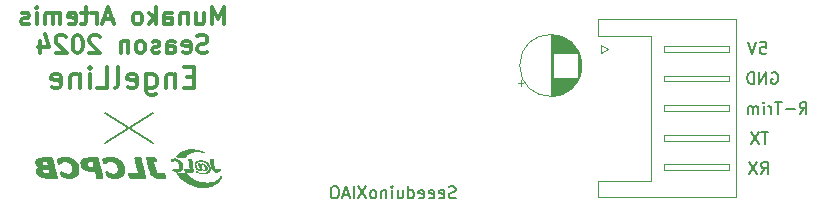
<source format=gbr>
%TF.GenerationSoftware,KiCad,Pcbnew,(6.0.11)*%
%TF.CreationDate,2024-01-27T16:05:06+09:00*%
%TF.ProjectId,engel_line_board_v2,656e6765-6c5f-46c6-996e-655f626f6172,rev?*%
%TF.SameCoordinates,Original*%
%TF.FileFunction,Legend,Bot*%
%TF.FilePolarity,Positive*%
%FSLAX46Y46*%
G04 Gerber Fmt 4.6, Leading zero omitted, Abs format (unit mm)*
G04 Created by KiCad (PCBNEW (6.0.11)) date 2024-01-27 16:05:06*
%MOMM*%
%LPD*%
G01*
G04 APERTURE LIST*
%ADD10C,0.200000*%
%ADD11C,0.150000*%
%ADD12C,0.300000*%
%ADD13C,0.120000*%
%ADD14C,0.010000*%
G04 APERTURE END LIST*
D10*
X187706000Y-84659600D02*
X191770000Y-87199600D01*
X191770000Y-84659600D02*
X187706000Y-87199600D01*
D11*
X243839904Y-86296380D02*
X243268476Y-86296380D01*
X243554190Y-87296380D02*
X243554190Y-86296380D01*
X243030380Y-86296380D02*
X242363714Y-87296380D01*
X242363714Y-86296380D02*
X243030380Y-87296380D01*
D12*
X195230000Y-81635428D02*
X194630000Y-81635428D01*
X194372857Y-82578285D02*
X195230000Y-82578285D01*
X195230000Y-80778285D01*
X194372857Y-80778285D01*
X193601428Y-81378285D02*
X193601428Y-82578285D01*
X193601428Y-81549714D02*
X193515714Y-81464000D01*
X193344285Y-81378285D01*
X193087142Y-81378285D01*
X192915714Y-81464000D01*
X192830000Y-81635428D01*
X192830000Y-82578285D01*
X191201428Y-81378285D02*
X191201428Y-82835428D01*
X191287142Y-83006857D01*
X191372857Y-83092571D01*
X191544285Y-83178285D01*
X191801428Y-83178285D01*
X191972857Y-83092571D01*
X191201428Y-82492571D02*
X191372857Y-82578285D01*
X191715714Y-82578285D01*
X191887142Y-82492571D01*
X191972857Y-82406857D01*
X192058571Y-82235428D01*
X192058571Y-81721142D01*
X191972857Y-81549714D01*
X191887142Y-81464000D01*
X191715714Y-81378285D01*
X191372857Y-81378285D01*
X191201428Y-81464000D01*
X189658571Y-82492571D02*
X189830000Y-82578285D01*
X190172857Y-82578285D01*
X190344285Y-82492571D01*
X190430000Y-82321142D01*
X190430000Y-81635428D01*
X190344285Y-81464000D01*
X190172857Y-81378285D01*
X189830000Y-81378285D01*
X189658571Y-81464000D01*
X189572857Y-81635428D01*
X189572857Y-81806857D01*
X190430000Y-81978285D01*
X188544285Y-82578285D02*
X188715714Y-82492571D01*
X188801428Y-82321142D01*
X188801428Y-80778285D01*
X187001428Y-82578285D02*
X187858571Y-82578285D01*
X187858571Y-80778285D01*
X186401428Y-82578285D02*
X186401428Y-81378285D01*
X186401428Y-80778285D02*
X186487142Y-80864000D01*
X186401428Y-80949714D01*
X186315714Y-80864000D01*
X186401428Y-80778285D01*
X186401428Y-80949714D01*
X185544285Y-81378285D02*
X185544285Y-82578285D01*
X185544285Y-81549714D02*
X185458571Y-81464000D01*
X185287142Y-81378285D01*
X185030000Y-81378285D01*
X184858571Y-81464000D01*
X184772857Y-81635428D01*
X184772857Y-82578285D01*
X183230000Y-82492571D02*
X183401428Y-82578285D01*
X183744285Y-82578285D01*
X183915714Y-82492571D01*
X184001428Y-82321142D01*
X184001428Y-81635428D01*
X183915714Y-81464000D01*
X183744285Y-81378285D01*
X183401428Y-81378285D01*
X183230000Y-81464000D01*
X183144285Y-81635428D01*
X183144285Y-81806857D01*
X184001428Y-81978285D01*
D11*
X244144704Y-81264000D02*
X244239942Y-81216380D01*
X244382800Y-81216380D01*
X244525657Y-81264000D01*
X244620895Y-81359238D01*
X244668514Y-81454476D01*
X244716133Y-81644952D01*
X244716133Y-81787809D01*
X244668514Y-81978285D01*
X244620895Y-82073523D01*
X244525657Y-82168761D01*
X244382800Y-82216380D01*
X244287561Y-82216380D01*
X244144704Y-82168761D01*
X244097085Y-82121142D01*
X244097085Y-81787809D01*
X244287561Y-81787809D01*
X243668514Y-82216380D02*
X243668514Y-81216380D01*
X243097085Y-82216380D01*
X243097085Y-81216380D01*
X242620895Y-82216380D02*
X242620895Y-81216380D01*
X242382800Y-81216380D01*
X242239942Y-81264000D01*
X242144704Y-81359238D01*
X242097085Y-81454476D01*
X242049466Y-81644952D01*
X242049466Y-81787809D01*
X242097085Y-81978285D01*
X242144704Y-82073523D01*
X242239942Y-82168761D01*
X242382800Y-82216380D01*
X242620895Y-82216380D01*
X243244666Y-89836380D02*
X243578000Y-89360190D01*
X243816095Y-89836380D02*
X243816095Y-88836380D01*
X243435142Y-88836380D01*
X243339904Y-88884000D01*
X243292285Y-88931619D01*
X243244666Y-89026857D01*
X243244666Y-89169714D01*
X243292285Y-89264952D01*
X243339904Y-89312571D01*
X243435142Y-89360190D01*
X243816095Y-89360190D01*
X242911333Y-88836380D02*
X242244666Y-89836380D01*
X242244666Y-88836380D02*
X242911333Y-89836380D01*
D12*
X197765714Y-77171071D02*
X197765714Y-75671071D01*
X197265714Y-76742500D01*
X196765714Y-75671071D01*
X196765714Y-77171071D01*
X195408571Y-76171071D02*
X195408571Y-77171071D01*
X196051428Y-76171071D02*
X196051428Y-76956785D01*
X195980000Y-77099642D01*
X195837142Y-77171071D01*
X195622857Y-77171071D01*
X195480000Y-77099642D01*
X195408571Y-77028214D01*
X194694285Y-76171071D02*
X194694285Y-77171071D01*
X194694285Y-76313928D02*
X194622857Y-76242500D01*
X194480000Y-76171071D01*
X194265714Y-76171071D01*
X194122857Y-76242500D01*
X194051428Y-76385357D01*
X194051428Y-77171071D01*
X192694285Y-77171071D02*
X192694285Y-76385357D01*
X192765714Y-76242500D01*
X192908571Y-76171071D01*
X193194285Y-76171071D01*
X193337142Y-76242500D01*
X192694285Y-77099642D02*
X192837142Y-77171071D01*
X193194285Y-77171071D01*
X193337142Y-77099642D01*
X193408571Y-76956785D01*
X193408571Y-76813928D01*
X193337142Y-76671071D01*
X193194285Y-76599642D01*
X192837142Y-76599642D01*
X192694285Y-76528214D01*
X191980000Y-77171071D02*
X191980000Y-75671071D01*
X191837142Y-76599642D02*
X191408571Y-77171071D01*
X191408571Y-76171071D02*
X191980000Y-76742500D01*
X190551428Y-77171071D02*
X190694285Y-77099642D01*
X190765714Y-77028214D01*
X190837142Y-76885357D01*
X190837142Y-76456785D01*
X190765714Y-76313928D01*
X190694285Y-76242500D01*
X190551428Y-76171071D01*
X190337142Y-76171071D01*
X190194285Y-76242500D01*
X190122857Y-76313928D01*
X190051428Y-76456785D01*
X190051428Y-76885357D01*
X190122857Y-77028214D01*
X190194285Y-77099642D01*
X190337142Y-77171071D01*
X190551428Y-77171071D01*
X188337142Y-76742500D02*
X187622857Y-76742500D01*
X188480000Y-77171071D02*
X187980000Y-75671071D01*
X187480000Y-77171071D01*
X186980000Y-77171071D02*
X186980000Y-76171071D01*
X186980000Y-76456785D02*
X186908571Y-76313928D01*
X186837142Y-76242500D01*
X186694285Y-76171071D01*
X186551428Y-76171071D01*
X186265714Y-76171071D02*
X185694285Y-76171071D01*
X186051428Y-75671071D02*
X186051428Y-76956785D01*
X185980000Y-77099642D01*
X185837142Y-77171071D01*
X185694285Y-77171071D01*
X184622857Y-77099642D02*
X184765714Y-77171071D01*
X185051428Y-77171071D01*
X185194285Y-77099642D01*
X185265714Y-76956785D01*
X185265714Y-76385357D01*
X185194285Y-76242500D01*
X185051428Y-76171071D01*
X184765714Y-76171071D01*
X184622857Y-76242500D01*
X184551428Y-76385357D01*
X184551428Y-76528214D01*
X185265714Y-76671071D01*
X183908571Y-77171071D02*
X183908571Y-76171071D01*
X183908571Y-76313928D02*
X183837142Y-76242500D01*
X183694285Y-76171071D01*
X183480000Y-76171071D01*
X183337142Y-76242500D01*
X183265714Y-76385357D01*
X183265714Y-77171071D01*
X183265714Y-76385357D02*
X183194285Y-76242500D01*
X183051428Y-76171071D01*
X182837142Y-76171071D01*
X182694285Y-76242500D01*
X182622857Y-76385357D01*
X182622857Y-77171071D01*
X181908571Y-77171071D02*
X181908571Y-76171071D01*
X181908571Y-75671071D02*
X181980000Y-75742500D01*
X181908571Y-75813928D01*
X181837142Y-75742500D01*
X181908571Y-75671071D01*
X181908571Y-75813928D01*
X181265714Y-77099642D02*
X181122857Y-77171071D01*
X180837142Y-77171071D01*
X180694285Y-77099642D01*
X180622857Y-76956785D01*
X180622857Y-76885357D01*
X180694285Y-76742500D01*
X180837142Y-76671071D01*
X181051428Y-76671071D01*
X181194285Y-76599642D01*
X181265714Y-76456785D01*
X181265714Y-76385357D01*
X181194285Y-76242500D01*
X181051428Y-76171071D01*
X180837142Y-76171071D01*
X180694285Y-76242500D01*
X196372857Y-79514642D02*
X196158571Y-79586071D01*
X195801428Y-79586071D01*
X195658571Y-79514642D01*
X195587142Y-79443214D01*
X195515714Y-79300357D01*
X195515714Y-79157500D01*
X195587142Y-79014642D01*
X195658571Y-78943214D01*
X195801428Y-78871785D01*
X196087142Y-78800357D01*
X196230000Y-78728928D01*
X196301428Y-78657500D01*
X196372857Y-78514642D01*
X196372857Y-78371785D01*
X196301428Y-78228928D01*
X196230000Y-78157500D01*
X196087142Y-78086071D01*
X195730000Y-78086071D01*
X195515714Y-78157500D01*
X194301428Y-79514642D02*
X194444285Y-79586071D01*
X194730000Y-79586071D01*
X194872857Y-79514642D01*
X194944285Y-79371785D01*
X194944285Y-78800357D01*
X194872857Y-78657500D01*
X194730000Y-78586071D01*
X194444285Y-78586071D01*
X194301428Y-78657500D01*
X194230000Y-78800357D01*
X194230000Y-78943214D01*
X194944285Y-79086071D01*
X192944285Y-79586071D02*
X192944285Y-78800357D01*
X193015714Y-78657500D01*
X193158571Y-78586071D01*
X193444285Y-78586071D01*
X193587142Y-78657500D01*
X192944285Y-79514642D02*
X193087142Y-79586071D01*
X193444285Y-79586071D01*
X193587142Y-79514642D01*
X193658571Y-79371785D01*
X193658571Y-79228928D01*
X193587142Y-79086071D01*
X193444285Y-79014642D01*
X193087142Y-79014642D01*
X192944285Y-78943214D01*
X192301428Y-79514642D02*
X192158571Y-79586071D01*
X191872857Y-79586071D01*
X191730000Y-79514642D01*
X191658571Y-79371785D01*
X191658571Y-79300357D01*
X191730000Y-79157500D01*
X191872857Y-79086071D01*
X192087142Y-79086071D01*
X192230000Y-79014642D01*
X192301428Y-78871785D01*
X192301428Y-78800357D01*
X192230000Y-78657500D01*
X192087142Y-78586071D01*
X191872857Y-78586071D01*
X191730000Y-78657500D01*
X190801428Y-79586071D02*
X190944285Y-79514642D01*
X191015714Y-79443214D01*
X191087142Y-79300357D01*
X191087142Y-78871785D01*
X191015714Y-78728928D01*
X190944285Y-78657500D01*
X190801428Y-78586071D01*
X190587142Y-78586071D01*
X190444285Y-78657500D01*
X190372857Y-78728928D01*
X190301428Y-78871785D01*
X190301428Y-79300357D01*
X190372857Y-79443214D01*
X190444285Y-79514642D01*
X190587142Y-79586071D01*
X190801428Y-79586071D01*
X189658571Y-78586071D02*
X189658571Y-79586071D01*
X189658571Y-78728928D02*
X189587142Y-78657500D01*
X189444285Y-78586071D01*
X189230000Y-78586071D01*
X189087142Y-78657500D01*
X189015714Y-78800357D01*
X189015714Y-79586071D01*
X187230000Y-78228928D02*
X187158571Y-78157500D01*
X187015714Y-78086071D01*
X186658571Y-78086071D01*
X186515714Y-78157500D01*
X186444285Y-78228928D01*
X186372857Y-78371785D01*
X186372857Y-78514642D01*
X186444285Y-78728928D01*
X187301428Y-79586071D01*
X186372857Y-79586071D01*
X185444285Y-78086071D02*
X185301428Y-78086071D01*
X185158571Y-78157500D01*
X185087142Y-78228928D01*
X185015714Y-78371785D01*
X184944285Y-78657500D01*
X184944285Y-79014642D01*
X185015714Y-79300357D01*
X185087142Y-79443214D01*
X185158571Y-79514642D01*
X185301428Y-79586071D01*
X185444285Y-79586071D01*
X185587142Y-79514642D01*
X185658571Y-79443214D01*
X185730000Y-79300357D01*
X185801428Y-79014642D01*
X185801428Y-78657500D01*
X185730000Y-78371785D01*
X185658571Y-78228928D01*
X185587142Y-78157500D01*
X185444285Y-78086071D01*
X184372857Y-78228928D02*
X184301428Y-78157500D01*
X184158571Y-78086071D01*
X183801428Y-78086071D01*
X183658571Y-78157500D01*
X183587142Y-78228928D01*
X183515714Y-78371785D01*
X183515714Y-78514642D01*
X183587142Y-78728928D01*
X184444285Y-79586071D01*
X183515714Y-79586071D01*
X182230000Y-78586071D02*
X182230000Y-79586071D01*
X182587142Y-78014642D02*
X182944285Y-79086071D01*
X182015714Y-79086071D01*
D11*
X243166876Y-78676380D02*
X243643066Y-78676380D01*
X243690685Y-79152571D01*
X243643066Y-79104952D01*
X243547828Y-79057333D01*
X243309733Y-79057333D01*
X243214495Y-79104952D01*
X243166876Y-79152571D01*
X243119257Y-79247809D01*
X243119257Y-79485904D01*
X243166876Y-79581142D01*
X243214495Y-79628761D01*
X243309733Y-79676380D01*
X243547828Y-79676380D01*
X243643066Y-79628761D01*
X243690685Y-79581142D01*
X242833542Y-78676380D02*
X242500209Y-79676380D01*
X242166876Y-78676380D01*
X246506761Y-84756380D02*
X246840095Y-84280190D01*
X247078190Y-84756380D02*
X247078190Y-83756380D01*
X246697238Y-83756380D01*
X246602000Y-83804000D01*
X246554380Y-83851619D01*
X246506761Y-83946857D01*
X246506761Y-84089714D01*
X246554380Y-84184952D01*
X246602000Y-84232571D01*
X246697238Y-84280190D01*
X247078190Y-84280190D01*
X246078190Y-84375428D02*
X245316285Y-84375428D01*
X244982952Y-83756380D02*
X244411523Y-83756380D01*
X244697238Y-84756380D02*
X244697238Y-83756380D01*
X244078190Y-84756380D02*
X244078190Y-84089714D01*
X244078190Y-84280190D02*
X244030571Y-84184952D01*
X243982952Y-84137333D01*
X243887714Y-84089714D01*
X243792476Y-84089714D01*
X243459142Y-84756380D02*
X243459142Y-84089714D01*
X243459142Y-83756380D02*
X243506761Y-83804000D01*
X243459142Y-83851619D01*
X243411523Y-83804000D01*
X243459142Y-83756380D01*
X243459142Y-83851619D01*
X242982952Y-84756380D02*
X242982952Y-84089714D01*
X242982952Y-84184952D02*
X242935333Y-84137333D01*
X242840095Y-84089714D01*
X242697238Y-84089714D01*
X242602000Y-84137333D01*
X242554380Y-84232571D01*
X242554380Y-84756380D01*
X242554380Y-84232571D02*
X242506761Y-84137333D01*
X242411523Y-84089714D01*
X242268666Y-84089714D01*
X242173428Y-84137333D01*
X242125809Y-84232571D01*
X242125809Y-84756380D01*
%TO.C,U33*%
X217375714Y-91844761D02*
X217232857Y-91892380D01*
X216994761Y-91892380D01*
X216899523Y-91844761D01*
X216851904Y-91797142D01*
X216804285Y-91701904D01*
X216804285Y-91606666D01*
X216851904Y-91511428D01*
X216899523Y-91463809D01*
X216994761Y-91416190D01*
X217185238Y-91368571D01*
X217280476Y-91320952D01*
X217328095Y-91273333D01*
X217375714Y-91178095D01*
X217375714Y-91082857D01*
X217328095Y-90987619D01*
X217280476Y-90940000D01*
X217185238Y-90892380D01*
X216947142Y-90892380D01*
X216804285Y-90940000D01*
X215994761Y-91844761D02*
X216090000Y-91892380D01*
X216280476Y-91892380D01*
X216375714Y-91844761D01*
X216423333Y-91749523D01*
X216423333Y-91368571D01*
X216375714Y-91273333D01*
X216280476Y-91225714D01*
X216090000Y-91225714D01*
X215994761Y-91273333D01*
X215947142Y-91368571D01*
X215947142Y-91463809D01*
X216423333Y-91559047D01*
X215137619Y-91844761D02*
X215232857Y-91892380D01*
X215423333Y-91892380D01*
X215518571Y-91844761D01*
X215566190Y-91749523D01*
X215566190Y-91368571D01*
X215518571Y-91273333D01*
X215423333Y-91225714D01*
X215232857Y-91225714D01*
X215137619Y-91273333D01*
X215090000Y-91368571D01*
X215090000Y-91463809D01*
X215566190Y-91559047D01*
X214280476Y-91844761D02*
X214375714Y-91892380D01*
X214566190Y-91892380D01*
X214661428Y-91844761D01*
X214709047Y-91749523D01*
X214709047Y-91368571D01*
X214661428Y-91273333D01*
X214566190Y-91225714D01*
X214375714Y-91225714D01*
X214280476Y-91273333D01*
X214232857Y-91368571D01*
X214232857Y-91463809D01*
X214709047Y-91559047D01*
X213375714Y-91892380D02*
X213375714Y-90892380D01*
X213375714Y-91844761D02*
X213470952Y-91892380D01*
X213661428Y-91892380D01*
X213756666Y-91844761D01*
X213804285Y-91797142D01*
X213851904Y-91701904D01*
X213851904Y-91416190D01*
X213804285Y-91320952D01*
X213756666Y-91273333D01*
X213661428Y-91225714D01*
X213470952Y-91225714D01*
X213375714Y-91273333D01*
X212470952Y-91225714D02*
X212470952Y-91892380D01*
X212899523Y-91225714D02*
X212899523Y-91749523D01*
X212851904Y-91844761D01*
X212756666Y-91892380D01*
X212613809Y-91892380D01*
X212518571Y-91844761D01*
X212470952Y-91797142D01*
X211994761Y-91892380D02*
X211994761Y-91225714D01*
X211994761Y-90892380D02*
X212042380Y-90940000D01*
X211994761Y-90987619D01*
X211947142Y-90940000D01*
X211994761Y-90892380D01*
X211994761Y-90987619D01*
X211518571Y-91225714D02*
X211518571Y-91892380D01*
X211518571Y-91320952D02*
X211470952Y-91273333D01*
X211375714Y-91225714D01*
X211232857Y-91225714D01*
X211137619Y-91273333D01*
X211090000Y-91368571D01*
X211090000Y-91892380D01*
X210470952Y-91892380D02*
X210566190Y-91844761D01*
X210613809Y-91797142D01*
X210661428Y-91701904D01*
X210661428Y-91416190D01*
X210613809Y-91320952D01*
X210566190Y-91273333D01*
X210470952Y-91225714D01*
X210328095Y-91225714D01*
X210232857Y-91273333D01*
X210185238Y-91320952D01*
X210137619Y-91416190D01*
X210137619Y-91701904D01*
X210185238Y-91797142D01*
X210232857Y-91844761D01*
X210328095Y-91892380D01*
X210470952Y-91892380D01*
X209804285Y-90892380D02*
X209137619Y-91892380D01*
X209137619Y-90892380D02*
X209804285Y-91892380D01*
X208756666Y-91892380D02*
X208756666Y-90892380D01*
X208328095Y-91606666D02*
X207851904Y-91606666D01*
X208423333Y-91892380D02*
X208090000Y-90892380D01*
X207756666Y-91892380D01*
X207232857Y-90892380D02*
X207042380Y-90892380D01*
X206947142Y-90940000D01*
X206851904Y-91035238D01*
X206804285Y-91225714D01*
X206804285Y-91559047D01*
X206851904Y-91749523D01*
X206947142Y-91844761D01*
X207042380Y-91892380D01*
X207232857Y-91892380D01*
X207328095Y-91844761D01*
X207423333Y-91749523D01*
X207470952Y-91559047D01*
X207470952Y-91225714D01*
X207423333Y-91035238D01*
X207328095Y-90940000D01*
X207232857Y-90892380D01*
D13*
%TO.C,C33*%
X227911400Y-81451400D02*
X227911400Y-79841400D01*
X227871400Y-81561400D02*
X227871400Y-79731400D01*
X225470400Y-83226400D02*
X225470400Y-78066400D01*
X226391400Y-79606400D02*
X226391400Y-78248400D01*
X227391400Y-79606400D02*
X227391400Y-78947400D01*
X225710400Y-79606400D02*
X225710400Y-78081400D01*
X226671400Y-82914400D02*
X226671400Y-81686400D01*
X225750400Y-83207400D02*
X225750400Y-81686400D01*
X227831400Y-81657400D02*
X227831400Y-79635400D01*
X226471400Y-83011400D02*
X226471400Y-81686400D01*
X227191400Y-82547400D02*
X227191400Y-81686400D01*
X226191400Y-79606400D02*
X226191400Y-78178400D01*
X226271400Y-79606400D02*
X226271400Y-78204400D01*
X225510400Y-83225400D02*
X225510400Y-78067400D01*
X227071400Y-82650400D02*
X227071400Y-81686400D01*
X227671400Y-81965400D02*
X227671400Y-81686400D01*
X226871400Y-82795400D02*
X226871400Y-81686400D01*
X226631400Y-79606400D02*
X226631400Y-78356400D01*
X226351400Y-83060400D02*
X226351400Y-81686400D01*
X227471400Y-82251400D02*
X227471400Y-81686400D01*
X226711400Y-79606400D02*
X226711400Y-78399400D01*
X226431400Y-83028400D02*
X226431400Y-81686400D01*
X227151400Y-82583400D02*
X227151400Y-81686400D01*
X227151400Y-79606400D02*
X227151400Y-78709400D01*
X225750400Y-79606400D02*
X225750400Y-78085400D01*
X222875625Y-82371400D02*
X222875625Y-81871400D01*
X225910400Y-79606400D02*
X225910400Y-78110400D01*
X226591400Y-82956400D02*
X226591400Y-81686400D01*
X225430400Y-83226400D02*
X225430400Y-78066400D01*
X226511400Y-79606400D02*
X226511400Y-78298400D01*
X225870400Y-83189400D02*
X225870400Y-81686400D01*
X226911400Y-82768400D02*
X226911400Y-81686400D01*
X226751400Y-82870400D02*
X226751400Y-81686400D01*
X227791400Y-81744400D02*
X227791400Y-79548400D01*
X227351400Y-82389400D02*
X227351400Y-81686400D01*
X226070400Y-83147400D02*
X226070400Y-81686400D01*
X225670400Y-79606400D02*
X225670400Y-78077400D01*
X227551400Y-82146400D02*
X227551400Y-81686400D01*
X226631400Y-82936400D02*
X226631400Y-81686400D01*
X226391400Y-83044400D02*
X226391400Y-81686400D01*
X227511400Y-79606400D02*
X227511400Y-79092400D01*
X226791400Y-79606400D02*
X226791400Y-78446400D01*
X227431400Y-82299400D02*
X227431400Y-81686400D01*
X226791400Y-82846400D02*
X226791400Y-81686400D01*
X226231400Y-79606400D02*
X226231400Y-78191400D01*
X226110400Y-79606400D02*
X226110400Y-78155400D01*
X226831400Y-82821400D02*
X226831400Y-81686400D01*
X227111400Y-79606400D02*
X227111400Y-78675400D01*
X226030400Y-83157400D02*
X226030400Y-81686400D01*
X225590400Y-83222400D02*
X225590400Y-78070400D01*
X226751400Y-79606400D02*
X226751400Y-78422400D01*
X227231400Y-82510400D02*
X227231400Y-81686400D01*
X226951400Y-79606400D02*
X226951400Y-78551400D01*
X227511400Y-82200400D02*
X227511400Y-81686400D01*
X227271400Y-79606400D02*
X227271400Y-78820400D01*
X227071400Y-79606400D02*
X227071400Y-78642400D01*
X227391400Y-82345400D02*
X227391400Y-81686400D01*
X226191400Y-83114400D02*
X226191400Y-81686400D01*
X227111400Y-82617400D02*
X227111400Y-81686400D01*
X226911400Y-79606400D02*
X226911400Y-78524400D01*
X227751400Y-81824400D02*
X227751400Y-79468400D01*
X227951400Y-81323400D02*
X227951400Y-79969400D01*
X225910400Y-83182400D02*
X225910400Y-81686400D01*
X227311400Y-79606400D02*
X227311400Y-78861400D01*
X226551400Y-79606400D02*
X226551400Y-78317400D01*
X226231400Y-83101400D02*
X226231400Y-81686400D01*
X225950400Y-79606400D02*
X225950400Y-78118400D01*
X226311400Y-83074400D02*
X226311400Y-81686400D01*
X226511400Y-82994400D02*
X226511400Y-81686400D01*
X227591400Y-79606400D02*
X227591400Y-79203400D01*
X227311400Y-82431400D02*
X227311400Y-81686400D01*
X226991400Y-79606400D02*
X226991400Y-78581400D01*
X225830400Y-83196400D02*
X225830400Y-81686400D01*
X225550400Y-83224400D02*
X225550400Y-78068400D01*
X225670400Y-83215400D02*
X225670400Y-81686400D01*
X226831400Y-79606400D02*
X226831400Y-78471400D01*
X226151400Y-79606400D02*
X226151400Y-78166400D01*
X226991400Y-82711400D02*
X226991400Y-81686400D01*
X225990400Y-79606400D02*
X225990400Y-78126400D01*
X227471400Y-79606400D02*
X227471400Y-79041400D01*
X226551400Y-82975400D02*
X226551400Y-81686400D01*
X227231400Y-79606400D02*
X227231400Y-78782400D01*
X227031400Y-79606400D02*
X227031400Y-78611400D01*
X225710400Y-83211400D02*
X225710400Y-81686400D01*
X227191400Y-79606400D02*
X227191400Y-78745400D01*
X227351400Y-79606400D02*
X227351400Y-78903400D01*
X226351400Y-79606400D02*
X226351400Y-78232400D01*
X227271400Y-82472400D02*
X227271400Y-81686400D01*
X226471400Y-79606400D02*
X226471400Y-78281400D01*
X227711400Y-79606400D02*
X227711400Y-79395400D01*
X226151400Y-83126400D02*
X226151400Y-81686400D01*
X226110400Y-83137400D02*
X226110400Y-81686400D01*
X227711400Y-81897400D02*
X227711400Y-81686400D01*
X227671400Y-79606400D02*
X227671400Y-79327400D01*
X226951400Y-82741400D02*
X226951400Y-81686400D01*
X227431400Y-79606400D02*
X227431400Y-78993400D01*
X226671400Y-79606400D02*
X226671400Y-78378400D01*
X228031400Y-80930400D02*
X228031400Y-80362400D01*
X226030400Y-79606400D02*
X226030400Y-78135400D01*
X226070400Y-79606400D02*
X226070400Y-78145400D01*
X226431400Y-79606400D02*
X226431400Y-78264400D01*
X226311400Y-79606400D02*
X226311400Y-78218400D01*
X222625625Y-82121400D02*
X223125625Y-82121400D01*
X225950400Y-83174400D02*
X225950400Y-81686400D01*
X227551400Y-79606400D02*
X227551400Y-79146400D01*
X227991400Y-81164400D02*
X227991400Y-80128400D01*
X225790400Y-79606400D02*
X225790400Y-78090400D01*
X225830400Y-79606400D02*
X225830400Y-78096400D01*
X227591400Y-82089400D02*
X227591400Y-81686400D01*
X226871400Y-79606400D02*
X226871400Y-78497400D01*
X227631400Y-82029400D02*
X227631400Y-81686400D01*
X225630400Y-83219400D02*
X225630400Y-78073400D01*
X227031400Y-82681400D02*
X227031400Y-81686400D01*
X227631400Y-79606400D02*
X227631400Y-79263400D01*
X225870400Y-79606400D02*
X225870400Y-78103400D01*
X225990400Y-83166400D02*
X225990400Y-81686400D01*
X225790400Y-83202400D02*
X225790400Y-81686400D01*
X226711400Y-82893400D02*
X226711400Y-81686400D01*
X226271400Y-83088400D02*
X226271400Y-81686400D01*
X226591400Y-79606400D02*
X226591400Y-78336400D01*
X228050400Y-80646400D02*
G75*
G03*
X228050400Y-80646400I-2620000J0D01*
G01*
%TO.C,J1*%
X235004800Y-84503200D02*
X235004800Y-84003200D01*
X235004800Y-79003200D02*
X240504800Y-79003200D01*
X235004800Y-84003200D02*
X240504800Y-84003200D01*
X241114800Y-91813200D02*
X229394800Y-91813200D01*
X240504800Y-87003200D02*
X235004800Y-87003200D01*
X229394800Y-91813200D02*
X229394800Y-90393200D01*
X229394800Y-78113200D02*
X233894800Y-78113200D01*
X240504800Y-86503200D02*
X240504800Y-87003200D01*
X235004800Y-82003200D02*
X235004800Y-81503200D01*
X229394800Y-90393200D02*
X233894800Y-90393200D01*
X230304800Y-79253200D02*
X229704800Y-78953200D01*
X241114800Y-84253200D02*
X241114800Y-76693200D01*
X229704800Y-79553200D02*
X230304800Y-79253200D01*
X235004800Y-89003200D02*
X240504800Y-89003200D01*
X240504800Y-84503200D02*
X235004800Y-84503200D01*
X241114800Y-76693200D02*
X229394800Y-76693200D01*
X240504800Y-81503200D02*
X240504800Y-82003200D01*
X240504800Y-89003200D02*
X240504800Y-89503200D01*
X240504800Y-82003200D02*
X235004800Y-82003200D01*
X235004800Y-86503200D02*
X240504800Y-86503200D01*
X233894800Y-90393200D02*
X233894800Y-84253200D01*
X240504800Y-79003200D02*
X240504800Y-79503200D01*
X235004800Y-87003200D02*
X235004800Y-86503200D01*
X235004800Y-81503200D02*
X240504800Y-81503200D01*
X241114800Y-84253200D02*
X241114800Y-91813200D01*
X240504800Y-84003200D02*
X240504800Y-84503200D01*
X240504800Y-79503200D02*
X235004800Y-79503200D01*
X235004800Y-89503200D02*
X235004800Y-89003200D01*
X229394800Y-76693200D02*
X229394800Y-78113200D01*
X229704800Y-78953200D02*
X229704800Y-79553200D01*
X233894800Y-78113200D02*
X233894800Y-84253200D01*
X240504800Y-89503200D02*
X235004800Y-89503200D01*
X235004800Y-79503200D02*
X235004800Y-79003200D01*
%TO.C,G\u002A\u002A\u002A*%
G36*
X193569922Y-88516168D02*
G01*
X193614262Y-88521638D01*
X193632666Y-88534546D01*
X193635433Y-88539491D01*
X193666302Y-88553502D01*
X193720384Y-88564691D01*
X193740604Y-88567908D01*
X193793600Y-88581761D01*
X193821137Y-88597550D01*
X193845154Y-88615585D01*
X193892170Y-88633200D01*
X193932117Y-88648447D01*
X193950166Y-88666628D01*
X193953731Y-88675289D01*
X193981916Y-88685500D01*
X193996723Y-88689188D01*
X194013666Y-88717250D01*
X194017354Y-88732057D01*
X194045416Y-88749000D01*
X194060223Y-88752688D01*
X194077166Y-88780750D01*
X194080854Y-88795557D01*
X194108916Y-88812500D01*
X194131200Y-88825587D01*
X194140666Y-88876000D01*
X194147210Y-88920568D01*
X194172416Y-88939500D01*
X194180782Y-88941259D01*
X194192477Y-88956847D01*
X194199622Y-88994235D01*
X194203193Y-89060258D01*
X194204166Y-89161750D01*
X194203915Y-89220310D01*
X194201688Y-89302175D01*
X194196347Y-89352189D01*
X194186915Y-89377186D01*
X194172416Y-89384000D01*
X194150133Y-89397087D01*
X194140666Y-89447500D01*
X194134123Y-89492068D01*
X194108916Y-89511000D01*
X194094110Y-89514688D01*
X194077166Y-89542750D01*
X194073294Y-89556216D01*
X194044697Y-89570345D01*
X193981916Y-89574500D01*
X193941517Y-89575791D01*
X193899132Y-89585323D01*
X193886666Y-89606250D01*
X193886416Y-89610075D01*
X193873002Y-89626918D01*
X193833410Y-89635561D01*
X193759666Y-89638000D01*
X193744364Y-89637937D01*
X193676995Y-89634584D01*
X193642420Y-89624686D01*
X193632666Y-89606250D01*
X193619580Y-89583966D01*
X193569166Y-89574500D01*
X193524599Y-89567956D01*
X193505666Y-89542750D01*
X193492580Y-89520466D01*
X193442166Y-89511000D01*
X193397599Y-89504456D01*
X193378666Y-89479250D01*
X193382354Y-89464443D01*
X193410416Y-89447500D01*
X193426202Y-89442963D01*
X193442166Y-89413455D01*
X193442700Y-89405195D01*
X193457479Y-89388666D01*
X193500163Y-89393967D01*
X193542303Y-89408465D01*
X193568955Y-89425991D01*
X193568998Y-89426060D01*
X193597020Y-89438705D01*
X193655606Y-89447897D01*
X193733108Y-89452457D01*
X193817875Y-89451205D01*
X193867090Y-89441491D01*
X193886666Y-89415750D01*
X193890354Y-89400943D01*
X193918416Y-89384000D01*
X193930953Y-89378927D01*
X193940573Y-89357497D01*
X193946443Y-89313184D01*
X193949370Y-89239510D01*
X193950166Y-89130000D01*
X193949532Y-89029705D01*
X193946854Y-88952744D01*
X193941314Y-88905791D01*
X193932105Y-88882368D01*
X193918416Y-88876000D01*
X193903610Y-88872312D01*
X193886666Y-88844250D01*
X193882979Y-88829443D01*
X193854916Y-88812500D01*
X193840110Y-88808812D01*
X193823166Y-88780750D01*
X193810080Y-88758466D01*
X193759666Y-88749000D01*
X193715099Y-88742456D01*
X193696166Y-88717250D01*
X193695916Y-88713424D01*
X193682502Y-88696582D01*
X193642910Y-88687938D01*
X193569166Y-88685500D01*
X193553864Y-88685562D01*
X193486495Y-88688916D01*
X193451920Y-88698814D01*
X193442166Y-88717250D01*
X193429080Y-88739534D01*
X193378666Y-88749000D01*
X193334099Y-88742456D01*
X193315166Y-88717250D01*
X193311479Y-88702443D01*
X193283416Y-88685500D01*
X193268610Y-88681812D01*
X193251666Y-88653750D01*
X193255130Y-88638982D01*
X193281653Y-88622000D01*
X193294439Y-88620059D01*
X193319149Y-88599468D01*
X193323855Y-88593471D01*
X193359389Y-88577151D01*
X193416163Y-88564931D01*
X193439597Y-88561145D01*
X193486866Y-88548305D01*
X193505666Y-88534546D01*
X193505671Y-88534328D01*
X193524570Y-88521494D01*
X193569166Y-88516167D01*
X193569922Y-88516168D01*
G37*
D14*
X193569922Y-88516168D02*
X193614262Y-88521638D01*
X193632666Y-88534546D01*
X193635433Y-88539491D01*
X193666302Y-88553502D01*
X193720384Y-88564691D01*
X193740604Y-88567908D01*
X193793600Y-88581761D01*
X193821137Y-88597550D01*
X193845154Y-88615585D01*
X193892170Y-88633200D01*
X193932117Y-88648447D01*
X193950166Y-88666628D01*
X193953731Y-88675289D01*
X193981916Y-88685500D01*
X193996723Y-88689188D01*
X194013666Y-88717250D01*
X194017354Y-88732057D01*
X194045416Y-88749000D01*
X194060223Y-88752688D01*
X194077166Y-88780750D01*
X194080854Y-88795557D01*
X194108916Y-88812500D01*
X194131200Y-88825587D01*
X194140666Y-88876000D01*
X194147210Y-88920568D01*
X194172416Y-88939500D01*
X194180782Y-88941259D01*
X194192477Y-88956847D01*
X194199622Y-88994235D01*
X194203193Y-89060258D01*
X194204166Y-89161750D01*
X194203915Y-89220310D01*
X194201688Y-89302175D01*
X194196347Y-89352189D01*
X194186915Y-89377186D01*
X194172416Y-89384000D01*
X194150133Y-89397087D01*
X194140666Y-89447500D01*
X194134123Y-89492068D01*
X194108916Y-89511000D01*
X194094110Y-89514688D01*
X194077166Y-89542750D01*
X194073294Y-89556216D01*
X194044697Y-89570345D01*
X193981916Y-89574500D01*
X193941517Y-89575791D01*
X193899132Y-89585323D01*
X193886666Y-89606250D01*
X193886416Y-89610075D01*
X193873002Y-89626918D01*
X193833410Y-89635561D01*
X193759666Y-89638000D01*
X193744364Y-89637937D01*
X193676995Y-89634584D01*
X193642420Y-89624686D01*
X193632666Y-89606250D01*
X193619580Y-89583966D01*
X193569166Y-89574500D01*
X193524599Y-89567956D01*
X193505666Y-89542750D01*
X193492580Y-89520466D01*
X193442166Y-89511000D01*
X193397599Y-89504456D01*
X193378666Y-89479250D01*
X193382354Y-89464443D01*
X193410416Y-89447500D01*
X193426202Y-89442963D01*
X193442166Y-89413455D01*
X193442700Y-89405195D01*
X193457479Y-89388666D01*
X193500163Y-89393967D01*
X193542303Y-89408465D01*
X193568955Y-89425991D01*
X193568998Y-89426060D01*
X193597020Y-89438705D01*
X193655606Y-89447897D01*
X193733108Y-89452457D01*
X193817875Y-89451205D01*
X193867090Y-89441491D01*
X193886666Y-89415750D01*
X193890354Y-89400943D01*
X193918416Y-89384000D01*
X193930953Y-89378927D01*
X193940573Y-89357497D01*
X193946443Y-89313184D01*
X193949370Y-89239510D01*
X193950166Y-89130000D01*
X193949532Y-89029705D01*
X193946854Y-88952744D01*
X193941314Y-88905791D01*
X193932105Y-88882368D01*
X193918416Y-88876000D01*
X193903610Y-88872312D01*
X193886666Y-88844250D01*
X193882979Y-88829443D01*
X193854916Y-88812500D01*
X193840110Y-88808812D01*
X193823166Y-88780750D01*
X193810080Y-88758466D01*
X193759666Y-88749000D01*
X193715099Y-88742456D01*
X193696166Y-88717250D01*
X193695916Y-88713424D01*
X193682502Y-88696582D01*
X193642910Y-88687938D01*
X193569166Y-88685500D01*
X193553864Y-88685562D01*
X193486495Y-88688916D01*
X193451920Y-88698814D01*
X193442166Y-88717250D01*
X193429080Y-88739534D01*
X193378666Y-88749000D01*
X193334099Y-88742456D01*
X193315166Y-88717250D01*
X193311479Y-88702443D01*
X193283416Y-88685500D01*
X193268610Y-88681812D01*
X193251666Y-88653750D01*
X193255130Y-88638982D01*
X193281653Y-88622000D01*
X193294439Y-88620059D01*
X193319149Y-88599468D01*
X193323855Y-88593471D01*
X193359389Y-88577151D01*
X193416163Y-88564931D01*
X193439597Y-88561145D01*
X193486866Y-88548305D01*
X193505666Y-88534546D01*
X193505671Y-88534328D01*
X193524570Y-88521494D01*
X193569166Y-88516167D01*
X193569922Y-88516168D01*
G36*
X195906965Y-88695182D02*
G01*
X195944519Y-88699599D01*
X196012870Y-88711266D01*
X196041341Y-88722657D01*
X196031694Y-88732948D01*
X195985691Y-88741317D01*
X195905094Y-88746942D01*
X195791666Y-88749000D01*
X195691371Y-88749634D01*
X195614411Y-88752313D01*
X195567458Y-88757852D01*
X195544035Y-88767061D01*
X195537666Y-88780750D01*
X195524580Y-88803034D01*
X195474166Y-88812500D01*
X195440651Y-88814445D01*
X195415911Y-88831023D01*
X195410666Y-88876000D01*
X195404123Y-88920568D01*
X195378916Y-88939500D01*
X195365450Y-88943373D01*
X195351322Y-88971969D01*
X195347166Y-89034750D01*
X195348457Y-89075149D01*
X195357990Y-89117534D01*
X195378916Y-89130000D01*
X195401200Y-89143087D01*
X195410666Y-89193500D01*
X195404123Y-89238068D01*
X195378916Y-89257000D01*
X195364110Y-89253312D01*
X195347166Y-89225250D01*
X195343479Y-89210443D01*
X195315416Y-89193500D01*
X195303228Y-89189863D01*
X195291340Y-89167639D01*
X195285330Y-89118486D01*
X195283666Y-89034750D01*
X195284394Y-88973809D01*
X195288839Y-88914367D01*
X195298669Y-88884316D01*
X195315416Y-88876000D01*
X195330223Y-88872312D01*
X195347166Y-88844250D01*
X195350854Y-88829443D01*
X195378916Y-88812500D01*
X195393723Y-88808812D01*
X195410666Y-88780750D01*
X195423290Y-88758692D01*
X195472403Y-88749000D01*
X195517552Y-88742259D01*
X195542089Y-88725149D01*
X195567952Y-88707816D01*
X195626697Y-88695339D01*
X195708989Y-88688565D01*
X195805515Y-88688257D01*
X195906965Y-88695182D01*
G37*
X195906965Y-88695182D02*
X195944519Y-88699599D01*
X196012870Y-88711266D01*
X196041341Y-88722657D01*
X196031694Y-88732948D01*
X195985691Y-88741317D01*
X195905094Y-88746942D01*
X195791666Y-88749000D01*
X195691371Y-88749634D01*
X195614411Y-88752313D01*
X195567458Y-88757852D01*
X195544035Y-88767061D01*
X195537666Y-88780750D01*
X195524580Y-88803034D01*
X195474166Y-88812500D01*
X195440651Y-88814445D01*
X195415911Y-88831023D01*
X195410666Y-88876000D01*
X195404123Y-88920568D01*
X195378916Y-88939500D01*
X195365450Y-88943373D01*
X195351322Y-88971969D01*
X195347166Y-89034750D01*
X195348457Y-89075149D01*
X195357990Y-89117534D01*
X195378916Y-89130000D01*
X195401200Y-89143087D01*
X195410666Y-89193500D01*
X195404123Y-89238068D01*
X195378916Y-89257000D01*
X195364110Y-89253312D01*
X195347166Y-89225250D01*
X195343479Y-89210443D01*
X195315416Y-89193500D01*
X195303228Y-89189863D01*
X195291340Y-89167639D01*
X195285330Y-89118486D01*
X195283666Y-89034750D01*
X195284394Y-88973809D01*
X195288839Y-88914367D01*
X195298669Y-88884316D01*
X195315416Y-88876000D01*
X195330223Y-88872312D01*
X195347166Y-88844250D01*
X195350854Y-88829443D01*
X195378916Y-88812500D01*
X195393723Y-88808812D01*
X195410666Y-88780750D01*
X195423290Y-88758692D01*
X195472403Y-88749000D01*
X195517552Y-88742259D01*
X195542089Y-88725149D01*
X195567952Y-88707816D01*
X195626697Y-88695339D01*
X195708989Y-88688565D01*
X195805515Y-88688257D01*
X195906965Y-88695182D01*
G36*
X196155522Y-88772555D02*
G01*
X196172666Y-88791333D01*
X196169084Y-88801070D01*
X196140916Y-88812500D01*
X196126311Y-88810112D01*
X196109166Y-88791333D01*
X196112749Y-88781596D01*
X196140916Y-88770167D01*
X196155522Y-88772555D01*
G37*
X196155522Y-88772555D02*
X196172666Y-88791333D01*
X196169084Y-88801070D01*
X196140916Y-88812500D01*
X196126311Y-88810112D01*
X196109166Y-88791333D01*
X196112749Y-88781596D01*
X196140916Y-88770167D01*
X196155522Y-88772555D01*
G36*
X190539384Y-88434196D02*
G01*
X190616269Y-88438316D01*
X190664041Y-88444841D01*
X190679308Y-88449890D01*
X190700187Y-88467511D01*
X190709522Y-88504204D01*
X190711666Y-88571552D01*
X190714249Y-88637637D01*
X190724089Y-88674862D01*
X190743416Y-88685500D01*
X190747242Y-88685750D01*
X190764084Y-88699164D01*
X190772728Y-88738757D01*
X190775166Y-88812500D01*
X190775229Y-88827802D01*
X190778583Y-88895171D01*
X190788481Y-88929746D01*
X190806916Y-88939500D01*
X190810742Y-88939750D01*
X190827584Y-88953164D01*
X190836228Y-88992757D01*
X190838666Y-89066500D01*
X190838729Y-89081802D01*
X190842083Y-89149171D01*
X190851981Y-89183746D01*
X190870416Y-89193500D01*
X190874242Y-89193750D01*
X190891084Y-89207164D01*
X190899728Y-89246757D01*
X190902166Y-89320500D01*
X190902229Y-89335802D01*
X190905583Y-89403171D01*
X190915481Y-89437746D01*
X190933916Y-89447500D01*
X190937742Y-89447750D01*
X190954584Y-89461164D01*
X190963228Y-89500757D01*
X190965666Y-89574500D01*
X190965729Y-89589802D01*
X190969083Y-89657171D01*
X190978981Y-89691746D01*
X190997416Y-89701500D01*
X191001242Y-89701750D01*
X191018084Y-89715164D01*
X191026728Y-89754757D01*
X191029166Y-89828500D01*
X191029229Y-89843802D01*
X191032583Y-89911171D01*
X191042481Y-89945746D01*
X191060916Y-89955500D01*
X191074383Y-89959373D01*
X191088511Y-89987969D01*
X191092666Y-90050750D01*
X191092666Y-90146000D01*
X190425916Y-90146000D01*
X190358168Y-90145978D01*
X190183767Y-90145597D01*
X190046132Y-90144588D01*
X189941096Y-90142753D01*
X189864496Y-90139895D01*
X189812168Y-90135813D01*
X189779946Y-90130311D01*
X189763667Y-90123189D01*
X189759166Y-90114250D01*
X189755479Y-90099443D01*
X189727416Y-90082500D01*
X189713950Y-90078627D01*
X189699822Y-90050030D01*
X189695666Y-89987250D01*
X189694376Y-89946851D01*
X189684843Y-89904465D01*
X189663916Y-89892000D01*
X189643207Y-89881643D01*
X189632166Y-89839083D01*
X189632166Y-89786167D01*
X190457666Y-89786167D01*
X190457666Y-89648583D01*
X190457434Y-89617359D01*
X190453624Y-89553005D01*
X190443726Y-89520185D01*
X190425916Y-89511000D01*
X190422091Y-89510749D01*
X190405249Y-89497335D01*
X190396605Y-89457743D01*
X190394166Y-89384000D01*
X190394104Y-89368698D01*
X190390750Y-89301328D01*
X190380852Y-89266753D01*
X190362416Y-89257000D01*
X190358591Y-89256749D01*
X190341749Y-89243335D01*
X190333105Y-89203743D01*
X190330666Y-89130000D01*
X190330604Y-89114698D01*
X190327250Y-89047328D01*
X190317352Y-89012753D01*
X190298916Y-89003000D01*
X190295091Y-89002749D01*
X190278249Y-88989335D01*
X190269605Y-88949743D01*
X190267166Y-88876000D01*
X190267104Y-88860698D01*
X190263750Y-88793328D01*
X190253852Y-88758753D01*
X190235416Y-88749000D01*
X190231591Y-88748749D01*
X190214749Y-88735335D01*
X190206105Y-88695743D01*
X190203666Y-88622000D01*
X190203604Y-88606698D01*
X190200250Y-88539328D01*
X190190352Y-88504753D01*
X190171916Y-88495000D01*
X190165247Y-88494755D01*
X190141541Y-88483436D01*
X190150214Y-88463137D01*
X190187791Y-88444841D01*
X190203776Y-88441762D01*
X190265583Y-88436264D01*
X190350888Y-88433170D01*
X190446539Y-88432481D01*
X190539384Y-88434196D01*
G37*
X190539384Y-88434196D02*
X190616269Y-88438316D01*
X190664041Y-88444841D01*
X190679308Y-88449890D01*
X190700187Y-88467511D01*
X190709522Y-88504204D01*
X190711666Y-88571552D01*
X190714249Y-88637637D01*
X190724089Y-88674862D01*
X190743416Y-88685500D01*
X190747242Y-88685750D01*
X190764084Y-88699164D01*
X190772728Y-88738757D01*
X190775166Y-88812500D01*
X190775229Y-88827802D01*
X190778583Y-88895171D01*
X190788481Y-88929746D01*
X190806916Y-88939500D01*
X190810742Y-88939750D01*
X190827584Y-88953164D01*
X190836228Y-88992757D01*
X190838666Y-89066500D01*
X190838729Y-89081802D01*
X190842083Y-89149171D01*
X190851981Y-89183746D01*
X190870416Y-89193500D01*
X190874242Y-89193750D01*
X190891084Y-89207164D01*
X190899728Y-89246757D01*
X190902166Y-89320500D01*
X190902229Y-89335802D01*
X190905583Y-89403171D01*
X190915481Y-89437746D01*
X190933916Y-89447500D01*
X190937742Y-89447750D01*
X190954584Y-89461164D01*
X190963228Y-89500757D01*
X190965666Y-89574500D01*
X190965729Y-89589802D01*
X190969083Y-89657171D01*
X190978981Y-89691746D01*
X190997416Y-89701500D01*
X191001242Y-89701750D01*
X191018084Y-89715164D01*
X191026728Y-89754757D01*
X191029166Y-89828500D01*
X191029229Y-89843802D01*
X191032583Y-89911171D01*
X191042481Y-89945746D01*
X191060916Y-89955500D01*
X191074383Y-89959373D01*
X191088511Y-89987969D01*
X191092666Y-90050750D01*
X191092666Y-90146000D01*
X190425916Y-90146000D01*
X190358168Y-90145978D01*
X190183767Y-90145597D01*
X190046132Y-90144588D01*
X189941096Y-90142753D01*
X189864496Y-90139895D01*
X189812168Y-90135813D01*
X189779946Y-90130311D01*
X189763667Y-90123189D01*
X189759166Y-90114250D01*
X189755479Y-90099443D01*
X189727416Y-90082500D01*
X189713950Y-90078627D01*
X189699822Y-90050030D01*
X189695666Y-89987250D01*
X189694376Y-89946851D01*
X189684843Y-89904465D01*
X189663916Y-89892000D01*
X189643207Y-89881643D01*
X189632166Y-89839083D01*
X189632166Y-89786167D01*
X190457666Y-89786167D01*
X190457666Y-89648583D01*
X190457434Y-89617359D01*
X190453624Y-89553005D01*
X190443726Y-89520185D01*
X190425916Y-89511000D01*
X190422091Y-89510749D01*
X190405249Y-89497335D01*
X190396605Y-89457743D01*
X190394166Y-89384000D01*
X190394104Y-89368698D01*
X190390750Y-89301328D01*
X190380852Y-89266753D01*
X190362416Y-89257000D01*
X190358591Y-89256749D01*
X190341749Y-89243335D01*
X190333105Y-89203743D01*
X190330666Y-89130000D01*
X190330604Y-89114698D01*
X190327250Y-89047328D01*
X190317352Y-89012753D01*
X190298916Y-89003000D01*
X190295091Y-89002749D01*
X190278249Y-88989335D01*
X190269605Y-88949743D01*
X190267166Y-88876000D01*
X190267104Y-88860698D01*
X190263750Y-88793328D01*
X190253852Y-88758753D01*
X190235416Y-88749000D01*
X190231591Y-88748749D01*
X190214749Y-88735335D01*
X190206105Y-88695743D01*
X190203666Y-88622000D01*
X190203604Y-88606698D01*
X190200250Y-88539328D01*
X190190352Y-88504753D01*
X190171916Y-88495000D01*
X190165247Y-88494755D01*
X190141541Y-88483436D01*
X190150214Y-88463137D01*
X190187791Y-88444841D01*
X190203776Y-88441762D01*
X190265583Y-88436264D01*
X190350888Y-88433170D01*
X190446539Y-88432481D01*
X190539384Y-88434196D01*
G36*
X183536166Y-89828500D02*
G01*
X183536229Y-89843802D01*
X183539583Y-89911171D01*
X183549481Y-89945746D01*
X183567916Y-89955500D01*
X183581383Y-89959373D01*
X183595511Y-89987969D01*
X183599666Y-90050750D01*
X183599666Y-90146000D01*
X183059916Y-90146000D01*
X182979740Y-90145948D01*
X182830171Y-90145367D01*
X182716251Y-90143922D01*
X182633376Y-90141341D01*
X182576936Y-90137355D01*
X182542326Y-90131692D01*
X182524939Y-90124080D01*
X182520166Y-90114250D01*
X182519916Y-90110424D01*
X182506502Y-90093582D01*
X182466910Y-90084938D01*
X182393166Y-90082500D01*
X182377864Y-90082437D01*
X182310495Y-90079084D01*
X182275920Y-90069186D01*
X182266166Y-90050750D01*
X182253080Y-90028466D01*
X182202666Y-90019000D01*
X182158099Y-90012456D01*
X182139166Y-89987250D01*
X182126080Y-89964966D01*
X182075666Y-89955500D01*
X182031099Y-89948956D01*
X182012166Y-89923750D01*
X182008479Y-89908943D01*
X181980416Y-89892000D01*
X181958133Y-89878913D01*
X181948666Y-89828500D01*
X181942123Y-89783932D01*
X181916916Y-89765000D01*
X181903450Y-89761127D01*
X181889322Y-89732530D01*
X181885166Y-89669750D01*
X181883876Y-89629351D01*
X181874343Y-89586965D01*
X181853416Y-89574500D01*
X181844202Y-89572205D01*
X182393166Y-89572205D01*
X182394414Y-89640680D01*
X182401359Y-89680581D01*
X182418707Y-89700411D01*
X182451163Y-89711467D01*
X182494007Y-89727655D01*
X182524447Y-89750803D01*
X182526049Y-89752503D01*
X182557753Y-89762352D01*
X182619151Y-89770713D01*
X182699375Y-89777080D01*
X182787554Y-89780947D01*
X182872818Y-89781810D01*
X182944299Y-89779163D01*
X182991125Y-89772500D01*
X183001650Y-89768342D01*
X183024874Y-89742955D01*
X183023567Y-89714800D01*
X182996416Y-89701500D01*
X182992591Y-89701249D01*
X182975749Y-89687835D01*
X182967105Y-89648243D01*
X182964666Y-89574500D01*
X182964604Y-89559198D01*
X182961250Y-89491828D01*
X182951352Y-89457253D01*
X182932916Y-89447500D01*
X182918110Y-89443812D01*
X182901166Y-89415750D01*
X182897529Y-89403562D01*
X182875305Y-89391673D01*
X182826153Y-89385663D01*
X182742416Y-89384000D01*
X182681476Y-89384727D01*
X182622034Y-89389172D01*
X182591982Y-89399003D01*
X182583666Y-89415750D01*
X182579794Y-89429216D01*
X182551197Y-89443345D01*
X182488416Y-89447500D01*
X182393166Y-89447500D01*
X182393166Y-89572205D01*
X181844202Y-89572205D01*
X181838610Y-89570812D01*
X181821666Y-89542750D01*
X181825354Y-89527943D01*
X181853416Y-89511000D01*
X181875700Y-89497913D01*
X181885166Y-89447500D01*
X181891710Y-89402932D01*
X181916916Y-89384000D01*
X181931723Y-89380312D01*
X181948666Y-89352250D01*
X181952354Y-89337443D01*
X181980416Y-89320500D01*
X181995223Y-89316812D01*
X182012166Y-89288750D01*
X182015854Y-89273943D01*
X182043916Y-89257000D01*
X182058723Y-89253312D01*
X182075666Y-89225250D01*
X182071979Y-89210443D01*
X182043916Y-89193500D01*
X182029110Y-89189812D01*
X182012166Y-89161750D01*
X181999080Y-89139466D01*
X181948666Y-89130000D01*
X181904099Y-89123456D01*
X181885166Y-89098250D01*
X181881479Y-89083443D01*
X181853416Y-89066500D01*
X181839950Y-89062627D01*
X181825822Y-89034030D01*
X181821666Y-88971250D01*
X181820376Y-88930851D01*
X181815180Y-88907750D01*
X182329666Y-88907750D01*
X182330957Y-88948149D01*
X182340490Y-88990534D01*
X182361416Y-89003000D01*
X182376162Y-89006324D01*
X182393166Y-89031873D01*
X182394586Y-89038087D01*
X182425034Y-89059155D01*
X182491371Y-89074206D01*
X182539180Y-89079570D01*
X182639653Y-89084737D01*
X182732479Y-89082552D01*
X182800625Y-89073076D01*
X182810586Y-89068568D01*
X182832129Y-89037704D01*
X182838983Y-88994526D01*
X182830471Y-88956101D01*
X182805916Y-88939500D01*
X182792450Y-88935627D01*
X182778322Y-88907030D01*
X182774166Y-88844250D01*
X182774166Y-88749000D01*
X182583666Y-88749000D01*
X182569823Y-88749017D01*
X182481684Y-88750599D01*
X182427685Y-88755612D01*
X182400590Y-88765260D01*
X182393166Y-88780750D01*
X182389479Y-88795557D01*
X182361416Y-88812500D01*
X182347950Y-88816373D01*
X182333822Y-88844969D01*
X182329666Y-88907750D01*
X181815180Y-88907750D01*
X181810843Y-88888465D01*
X181789916Y-88876000D01*
X181767633Y-88862913D01*
X181758166Y-88812500D01*
X181764710Y-88767932D01*
X181789916Y-88749000D01*
X181812200Y-88735913D01*
X181821666Y-88685500D01*
X181828210Y-88640932D01*
X181853416Y-88622000D01*
X181868223Y-88618312D01*
X181885166Y-88590250D01*
X181888630Y-88575482D01*
X181915153Y-88558500D01*
X181927933Y-88556629D01*
X181952361Y-88536834D01*
X181955829Y-88531924D01*
X181989161Y-88515120D01*
X182044083Y-88501811D01*
X182061106Y-88498708D01*
X182114636Y-88483093D01*
X182143676Y-88465268D01*
X182166278Y-88458577D01*
X182224481Y-88451972D01*
X182310857Y-88445973D01*
X182418154Y-88440755D01*
X182539119Y-88436495D01*
X182666501Y-88433369D01*
X182793046Y-88431554D01*
X182911503Y-88431225D01*
X183014619Y-88432558D01*
X183095141Y-88435731D01*
X183145817Y-88440918D01*
X183146976Y-88441136D01*
X183188254Y-88450864D01*
X183209556Y-88467781D01*
X183217490Y-88503603D01*
X183218666Y-88570042D01*
X183221349Y-88638092D01*
X183231200Y-88674977D01*
X183250416Y-88685500D01*
X183254242Y-88685750D01*
X183271084Y-88699164D01*
X183279728Y-88738757D01*
X183282166Y-88812500D01*
X183282229Y-88827802D01*
X183285583Y-88895171D01*
X183295481Y-88929746D01*
X183313916Y-88939500D01*
X183317742Y-88939750D01*
X183334584Y-88953164D01*
X183343228Y-88992757D01*
X183343287Y-88994526D01*
X183345666Y-89066500D01*
X183345729Y-89081802D01*
X183349083Y-89149171D01*
X183358981Y-89183746D01*
X183377416Y-89193500D01*
X183381242Y-89193750D01*
X183398084Y-89207164D01*
X183406728Y-89246757D01*
X183409166Y-89320500D01*
X183409229Y-89335802D01*
X183412583Y-89403171D01*
X183422481Y-89437746D01*
X183440916Y-89447500D01*
X183444742Y-89447750D01*
X183461584Y-89461164D01*
X183470228Y-89500757D01*
X183472666Y-89574500D01*
X183472729Y-89589802D01*
X183476083Y-89657171D01*
X183485981Y-89691746D01*
X183504416Y-89701500D01*
X183508242Y-89701750D01*
X183525084Y-89715164D01*
X183531152Y-89742955D01*
X183533728Y-89754757D01*
X183536166Y-89828500D01*
G37*
X183536166Y-89828500D02*
X183536229Y-89843802D01*
X183539583Y-89911171D01*
X183549481Y-89945746D01*
X183567916Y-89955500D01*
X183581383Y-89959373D01*
X183595511Y-89987969D01*
X183599666Y-90050750D01*
X183599666Y-90146000D01*
X183059916Y-90146000D01*
X182979740Y-90145948D01*
X182830171Y-90145367D01*
X182716251Y-90143922D01*
X182633376Y-90141341D01*
X182576936Y-90137355D01*
X182542326Y-90131692D01*
X182524939Y-90124080D01*
X182520166Y-90114250D01*
X182519916Y-90110424D01*
X182506502Y-90093582D01*
X182466910Y-90084938D01*
X182393166Y-90082500D01*
X182377864Y-90082437D01*
X182310495Y-90079084D01*
X182275920Y-90069186D01*
X182266166Y-90050750D01*
X182253080Y-90028466D01*
X182202666Y-90019000D01*
X182158099Y-90012456D01*
X182139166Y-89987250D01*
X182126080Y-89964966D01*
X182075666Y-89955500D01*
X182031099Y-89948956D01*
X182012166Y-89923750D01*
X182008479Y-89908943D01*
X181980416Y-89892000D01*
X181958133Y-89878913D01*
X181948666Y-89828500D01*
X181942123Y-89783932D01*
X181916916Y-89765000D01*
X181903450Y-89761127D01*
X181889322Y-89732530D01*
X181885166Y-89669750D01*
X181883876Y-89629351D01*
X181874343Y-89586965D01*
X181853416Y-89574500D01*
X181844202Y-89572205D01*
X182393166Y-89572205D01*
X182394414Y-89640680D01*
X182401359Y-89680581D01*
X182418707Y-89700411D01*
X182451163Y-89711467D01*
X182494007Y-89727655D01*
X182524447Y-89750803D01*
X182526049Y-89752503D01*
X182557753Y-89762352D01*
X182619151Y-89770713D01*
X182699375Y-89777080D01*
X182787554Y-89780947D01*
X182872818Y-89781810D01*
X182944299Y-89779163D01*
X182991125Y-89772500D01*
X183001650Y-89768342D01*
X183024874Y-89742955D01*
X183023567Y-89714800D01*
X182996416Y-89701500D01*
X182992591Y-89701249D01*
X182975749Y-89687835D01*
X182967105Y-89648243D01*
X182964666Y-89574500D01*
X182964604Y-89559198D01*
X182961250Y-89491828D01*
X182951352Y-89457253D01*
X182932916Y-89447500D01*
X182918110Y-89443812D01*
X182901166Y-89415750D01*
X182897529Y-89403562D01*
X182875305Y-89391673D01*
X182826153Y-89385663D01*
X182742416Y-89384000D01*
X182681476Y-89384727D01*
X182622034Y-89389172D01*
X182591982Y-89399003D01*
X182583666Y-89415750D01*
X182579794Y-89429216D01*
X182551197Y-89443345D01*
X182488416Y-89447500D01*
X182393166Y-89447500D01*
X182393166Y-89572205D01*
X181844202Y-89572205D01*
X181838610Y-89570812D01*
X181821666Y-89542750D01*
X181825354Y-89527943D01*
X181853416Y-89511000D01*
X181875700Y-89497913D01*
X181885166Y-89447500D01*
X181891710Y-89402932D01*
X181916916Y-89384000D01*
X181931723Y-89380312D01*
X181948666Y-89352250D01*
X181952354Y-89337443D01*
X181980416Y-89320500D01*
X181995223Y-89316812D01*
X182012166Y-89288750D01*
X182015854Y-89273943D01*
X182043916Y-89257000D01*
X182058723Y-89253312D01*
X182075666Y-89225250D01*
X182071979Y-89210443D01*
X182043916Y-89193500D01*
X182029110Y-89189812D01*
X182012166Y-89161750D01*
X181999080Y-89139466D01*
X181948666Y-89130000D01*
X181904099Y-89123456D01*
X181885166Y-89098250D01*
X181881479Y-89083443D01*
X181853416Y-89066500D01*
X181839950Y-89062627D01*
X181825822Y-89034030D01*
X181821666Y-88971250D01*
X181820376Y-88930851D01*
X181815180Y-88907750D01*
X182329666Y-88907750D01*
X182330957Y-88948149D01*
X182340490Y-88990534D01*
X182361416Y-89003000D01*
X182376162Y-89006324D01*
X182393166Y-89031873D01*
X182394586Y-89038087D01*
X182425034Y-89059155D01*
X182491371Y-89074206D01*
X182539180Y-89079570D01*
X182639653Y-89084737D01*
X182732479Y-89082552D01*
X182800625Y-89073076D01*
X182810586Y-89068568D01*
X182832129Y-89037704D01*
X182838983Y-88994526D01*
X182830471Y-88956101D01*
X182805916Y-88939500D01*
X182792450Y-88935627D01*
X182778322Y-88907030D01*
X182774166Y-88844250D01*
X182774166Y-88749000D01*
X182583666Y-88749000D01*
X182569823Y-88749017D01*
X182481684Y-88750599D01*
X182427685Y-88755612D01*
X182400590Y-88765260D01*
X182393166Y-88780750D01*
X182389479Y-88795557D01*
X182361416Y-88812500D01*
X182347950Y-88816373D01*
X182333822Y-88844969D01*
X182329666Y-88907750D01*
X181815180Y-88907750D01*
X181810843Y-88888465D01*
X181789916Y-88876000D01*
X181767633Y-88862913D01*
X181758166Y-88812500D01*
X181764710Y-88767932D01*
X181789916Y-88749000D01*
X181812200Y-88735913D01*
X181821666Y-88685500D01*
X181828210Y-88640932D01*
X181853416Y-88622000D01*
X181868223Y-88618312D01*
X181885166Y-88590250D01*
X181888630Y-88575482D01*
X181915153Y-88558500D01*
X181927933Y-88556629D01*
X181952361Y-88536834D01*
X181955829Y-88531924D01*
X181989161Y-88515120D01*
X182044083Y-88501811D01*
X182061106Y-88498708D01*
X182114636Y-88483093D01*
X182143676Y-88465268D01*
X182166278Y-88458577D01*
X182224481Y-88451972D01*
X182310857Y-88445973D01*
X182418154Y-88440755D01*
X182539119Y-88436495D01*
X182666501Y-88433369D01*
X182793046Y-88431554D01*
X182911503Y-88431225D01*
X183014619Y-88432558D01*
X183095141Y-88435731D01*
X183145817Y-88440918D01*
X183146976Y-88441136D01*
X183188254Y-88450864D01*
X183209556Y-88467781D01*
X183217490Y-88503603D01*
X183218666Y-88570042D01*
X183221349Y-88638092D01*
X183231200Y-88674977D01*
X183250416Y-88685500D01*
X183254242Y-88685750D01*
X183271084Y-88699164D01*
X183279728Y-88738757D01*
X183282166Y-88812500D01*
X183282229Y-88827802D01*
X183285583Y-88895171D01*
X183295481Y-88929746D01*
X183313916Y-88939500D01*
X183317742Y-88939750D01*
X183334584Y-88953164D01*
X183343228Y-88992757D01*
X183343287Y-88994526D01*
X183345666Y-89066500D01*
X183345729Y-89081802D01*
X183349083Y-89149171D01*
X183358981Y-89183746D01*
X183377416Y-89193500D01*
X183381242Y-89193750D01*
X183398084Y-89207164D01*
X183406728Y-89246757D01*
X183409166Y-89320500D01*
X183409229Y-89335802D01*
X183412583Y-89403171D01*
X183422481Y-89437746D01*
X183440916Y-89447500D01*
X183444742Y-89447750D01*
X183461584Y-89461164D01*
X183470228Y-89500757D01*
X183472666Y-89574500D01*
X183472729Y-89589802D01*
X183476083Y-89657171D01*
X183485981Y-89691746D01*
X183504416Y-89701500D01*
X183508242Y-89701750D01*
X183525084Y-89715164D01*
X183531152Y-89742955D01*
X183533728Y-89754757D01*
X183536166Y-89828500D01*
G36*
X194241032Y-89765071D02*
G01*
X194367953Y-89765895D01*
X194460082Y-89767965D01*
X194522643Y-89771684D01*
X194560861Y-89777453D01*
X194579961Y-89785674D01*
X194585166Y-89796750D01*
X194588854Y-89811557D01*
X194616916Y-89828500D01*
X194635432Y-89836357D01*
X194648666Y-89870833D01*
X194654559Y-89895520D01*
X194680416Y-89913167D01*
X194695223Y-89916854D01*
X194712166Y-89944917D01*
X194715854Y-89959723D01*
X194743916Y-89976667D01*
X194758723Y-89980354D01*
X194775666Y-90008417D01*
X194779354Y-90023223D01*
X194807416Y-90040167D01*
X194822223Y-90043854D01*
X194839166Y-90071917D01*
X194842854Y-90086723D01*
X194870916Y-90103667D01*
X194885522Y-90106055D01*
X194902666Y-90124833D01*
X194906249Y-90134570D01*
X194934416Y-90146000D01*
X194949187Y-90149474D01*
X194966166Y-90176068D01*
X194966174Y-90176536D01*
X194985146Y-90201626D01*
X195029666Y-90220083D01*
X195030901Y-90220358D01*
X195074919Y-90235872D01*
X195093166Y-90253515D01*
X195096735Y-90262463D01*
X195124916Y-90273000D01*
X195139663Y-90276335D01*
X195156666Y-90301963D01*
X195157320Y-90306286D01*
X195183955Y-90328010D01*
X195244384Y-90342691D01*
X195264604Y-90345908D01*
X195317600Y-90359761D01*
X195345137Y-90375550D01*
X195369154Y-90393585D01*
X195416170Y-90411200D01*
X195456144Y-90425787D01*
X195474166Y-90442189D01*
X195486423Y-90450882D01*
X195530597Y-90463075D01*
X195595875Y-90473793D01*
X195648727Y-90482026D01*
X195703402Y-90495099D01*
X195729208Y-90507646D01*
X195751862Y-90515716D01*
X195808583Y-90524793D01*
X195890395Y-90533417D01*
X195988500Y-90540473D01*
X196083060Y-90547240D01*
X196162603Y-90555628D01*
X196216397Y-90564425D01*
X196236166Y-90572559D01*
X196240531Y-90577917D01*
X196274603Y-90586935D01*
X196331416Y-90590500D01*
X196359863Y-90589674D01*
X196407742Y-90583227D01*
X196426666Y-90572477D01*
X196430326Y-90568639D01*
X196464856Y-90558808D01*
X196527998Y-90549223D01*
X196610144Y-90541506D01*
X196644909Y-90538734D01*
X196723390Y-90529882D01*
X196780561Y-90519701D01*
X196805936Y-90509885D01*
X196809810Y-90506082D01*
X196845338Y-90490818D01*
X196901204Y-90478106D01*
X196917200Y-90475246D01*
X196969384Y-90460746D01*
X196996666Y-90444761D01*
X197020379Y-90427276D01*
X197067170Y-90409967D01*
X197107136Y-90395174D01*
X197125166Y-90378220D01*
X197125180Y-90377866D01*
X197144250Y-90361773D01*
X197188667Y-90347083D01*
X197189652Y-90346863D01*
X197233837Y-90328175D01*
X197252167Y-90303068D01*
X197255835Y-90289080D01*
X197283916Y-90273000D01*
X197298723Y-90269312D01*
X197315666Y-90241250D01*
X197319354Y-90226443D01*
X197347416Y-90209500D01*
X197362223Y-90205812D01*
X197379166Y-90177750D01*
X197382854Y-90162943D01*
X197410916Y-90146000D01*
X197433200Y-90132913D01*
X197442666Y-90082500D01*
X197449210Y-90037932D01*
X197474416Y-90019000D01*
X197496700Y-90032087D01*
X197506166Y-90082500D01*
X197499623Y-90127068D01*
X197474416Y-90146000D01*
X197452133Y-90159087D01*
X197442666Y-90209500D01*
X197436123Y-90254068D01*
X197410916Y-90273000D01*
X197396110Y-90276688D01*
X197379166Y-90304750D01*
X197375479Y-90319557D01*
X197347416Y-90336500D01*
X197325133Y-90349587D01*
X197315666Y-90400000D01*
X197309123Y-90444568D01*
X197283916Y-90463500D01*
X197269110Y-90467188D01*
X197252166Y-90495250D01*
X197248479Y-90510057D01*
X197220416Y-90527000D01*
X197205610Y-90530688D01*
X197188666Y-90558750D01*
X197175580Y-90581034D01*
X197125166Y-90590500D01*
X197080599Y-90597043D01*
X197061666Y-90622250D01*
X197057979Y-90637057D01*
X197029916Y-90654000D01*
X197015110Y-90657688D01*
X196998166Y-90685750D01*
X196985080Y-90708034D01*
X196934666Y-90717500D01*
X196890099Y-90724043D01*
X196871166Y-90749250D01*
X196858080Y-90771534D01*
X196807666Y-90781000D01*
X196763099Y-90787543D01*
X196744166Y-90812750D01*
X196743916Y-90816575D01*
X196730502Y-90833418D01*
X196690910Y-90842061D01*
X196617166Y-90844500D01*
X196601864Y-90844562D01*
X196534495Y-90847916D01*
X196499920Y-90857814D01*
X196490166Y-90876250D01*
X196488407Y-90884616D01*
X196472820Y-90896311D01*
X196435431Y-90903455D01*
X196369408Y-90907026D01*
X196267916Y-90908000D01*
X196209356Y-90908251D01*
X196127491Y-90910478D01*
X196077477Y-90915819D01*
X196052480Y-90925251D01*
X196045666Y-90939750D01*
X196041979Y-90954557D01*
X196013916Y-90971500D01*
X195999110Y-90967812D01*
X195982166Y-90939750D01*
X195977093Y-90927213D01*
X195955664Y-90917593D01*
X195911350Y-90911724D01*
X195837677Y-90908796D01*
X195728166Y-90908000D01*
X195627871Y-90907366D01*
X195550911Y-90904687D01*
X195503958Y-90899148D01*
X195480535Y-90889939D01*
X195474166Y-90876250D01*
X195473916Y-90872424D01*
X195460502Y-90855582D01*
X195420910Y-90846938D01*
X195347166Y-90844500D01*
X195331864Y-90844437D01*
X195264495Y-90841084D01*
X195229920Y-90831186D01*
X195220166Y-90812750D01*
X195216294Y-90799283D01*
X195187697Y-90785155D01*
X195124916Y-90781000D01*
X195084517Y-90779709D01*
X195042132Y-90770177D01*
X195029666Y-90749250D01*
X195016580Y-90726966D01*
X194966166Y-90717500D01*
X194921599Y-90710956D01*
X194902666Y-90685750D01*
X194898794Y-90672283D01*
X194870197Y-90658155D01*
X194807416Y-90654000D01*
X194767017Y-90652709D01*
X194724632Y-90643177D01*
X194712166Y-90622250D01*
X194708479Y-90607443D01*
X194680416Y-90590500D01*
X194665610Y-90586812D01*
X194648666Y-90558750D01*
X194635580Y-90536466D01*
X194585166Y-90527000D01*
X194540599Y-90520456D01*
X194521666Y-90495250D01*
X194508580Y-90472966D01*
X194458166Y-90463500D01*
X194413599Y-90456956D01*
X194394666Y-90431750D01*
X194390979Y-90416943D01*
X194362916Y-90400000D01*
X194348110Y-90396312D01*
X194331166Y-90368250D01*
X194327479Y-90353443D01*
X194299416Y-90336500D01*
X194284610Y-90332812D01*
X194267666Y-90304750D01*
X194254580Y-90282466D01*
X194204166Y-90273000D01*
X194159599Y-90266456D01*
X194140666Y-90241250D01*
X194136979Y-90226443D01*
X194108916Y-90209500D01*
X194094110Y-90205812D01*
X194077166Y-90177750D01*
X194073479Y-90162943D01*
X194045416Y-90146000D01*
X194030610Y-90142312D01*
X194013666Y-90114250D01*
X194009979Y-90099443D01*
X193981916Y-90082500D01*
X193959633Y-90069413D01*
X193950166Y-90019000D01*
X193943623Y-89974432D01*
X193918416Y-89955500D01*
X193903610Y-89951812D01*
X193886666Y-89923750D01*
X193882979Y-89908943D01*
X193854916Y-89892000D01*
X193840110Y-89888312D01*
X193823166Y-89860250D01*
X193819479Y-89845443D01*
X193791416Y-89828500D01*
X193776610Y-89824812D01*
X193759666Y-89796750D01*
X193760591Y-89791472D01*
X193771299Y-89781709D01*
X193798213Y-89774622D01*
X193846558Y-89769809D01*
X193921557Y-89766869D01*
X194028435Y-89765400D01*
X194172416Y-89765000D01*
X194241032Y-89765071D01*
G37*
X194241032Y-89765071D02*
X194367953Y-89765895D01*
X194460082Y-89767965D01*
X194522643Y-89771684D01*
X194560861Y-89777453D01*
X194579961Y-89785674D01*
X194585166Y-89796750D01*
X194588854Y-89811557D01*
X194616916Y-89828500D01*
X194635432Y-89836357D01*
X194648666Y-89870833D01*
X194654559Y-89895520D01*
X194680416Y-89913167D01*
X194695223Y-89916854D01*
X194712166Y-89944917D01*
X194715854Y-89959723D01*
X194743916Y-89976667D01*
X194758723Y-89980354D01*
X194775666Y-90008417D01*
X194779354Y-90023223D01*
X194807416Y-90040167D01*
X194822223Y-90043854D01*
X194839166Y-90071917D01*
X194842854Y-90086723D01*
X194870916Y-90103667D01*
X194885522Y-90106055D01*
X194902666Y-90124833D01*
X194906249Y-90134570D01*
X194934416Y-90146000D01*
X194949187Y-90149474D01*
X194966166Y-90176068D01*
X194966174Y-90176536D01*
X194985146Y-90201626D01*
X195029666Y-90220083D01*
X195030901Y-90220358D01*
X195074919Y-90235872D01*
X195093166Y-90253515D01*
X195096735Y-90262463D01*
X195124916Y-90273000D01*
X195139663Y-90276335D01*
X195156666Y-90301963D01*
X195157320Y-90306286D01*
X195183955Y-90328010D01*
X195244384Y-90342691D01*
X195264604Y-90345908D01*
X195317600Y-90359761D01*
X195345137Y-90375550D01*
X195369154Y-90393585D01*
X195416170Y-90411200D01*
X195456144Y-90425787D01*
X195474166Y-90442189D01*
X195486423Y-90450882D01*
X195530597Y-90463075D01*
X195595875Y-90473793D01*
X195648727Y-90482026D01*
X195703402Y-90495099D01*
X195729208Y-90507646D01*
X195751862Y-90515716D01*
X195808583Y-90524793D01*
X195890395Y-90533417D01*
X195988500Y-90540473D01*
X196083060Y-90547240D01*
X196162603Y-90555628D01*
X196216397Y-90564425D01*
X196236166Y-90572559D01*
X196240531Y-90577917D01*
X196274603Y-90586935D01*
X196331416Y-90590500D01*
X196359863Y-90589674D01*
X196407742Y-90583227D01*
X196426666Y-90572477D01*
X196430326Y-90568639D01*
X196464856Y-90558808D01*
X196527998Y-90549223D01*
X196610144Y-90541506D01*
X196644909Y-90538734D01*
X196723390Y-90529882D01*
X196780561Y-90519701D01*
X196805936Y-90509885D01*
X196809810Y-90506082D01*
X196845338Y-90490818D01*
X196901204Y-90478106D01*
X196917200Y-90475246D01*
X196969384Y-90460746D01*
X196996666Y-90444761D01*
X197020379Y-90427276D01*
X197067170Y-90409967D01*
X197107136Y-90395174D01*
X197125166Y-90378220D01*
X197125180Y-90377866D01*
X197144250Y-90361773D01*
X197188667Y-90347083D01*
X197189652Y-90346863D01*
X197233837Y-90328175D01*
X197252167Y-90303068D01*
X197255835Y-90289080D01*
X197283916Y-90273000D01*
X197298723Y-90269312D01*
X197315666Y-90241250D01*
X197319354Y-90226443D01*
X197347416Y-90209500D01*
X197362223Y-90205812D01*
X197379166Y-90177750D01*
X197382854Y-90162943D01*
X197410916Y-90146000D01*
X197433200Y-90132913D01*
X197442666Y-90082500D01*
X197449210Y-90037932D01*
X197474416Y-90019000D01*
X197496700Y-90032087D01*
X197506166Y-90082500D01*
X197499623Y-90127068D01*
X197474416Y-90146000D01*
X197452133Y-90159087D01*
X197442666Y-90209500D01*
X197436123Y-90254068D01*
X197410916Y-90273000D01*
X197396110Y-90276688D01*
X197379166Y-90304750D01*
X197375479Y-90319557D01*
X197347416Y-90336500D01*
X197325133Y-90349587D01*
X197315666Y-90400000D01*
X197309123Y-90444568D01*
X197283916Y-90463500D01*
X197269110Y-90467188D01*
X197252166Y-90495250D01*
X197248479Y-90510057D01*
X197220416Y-90527000D01*
X197205610Y-90530688D01*
X197188666Y-90558750D01*
X197175580Y-90581034D01*
X197125166Y-90590500D01*
X197080599Y-90597043D01*
X197061666Y-90622250D01*
X197057979Y-90637057D01*
X197029916Y-90654000D01*
X197015110Y-90657688D01*
X196998166Y-90685750D01*
X196985080Y-90708034D01*
X196934666Y-90717500D01*
X196890099Y-90724043D01*
X196871166Y-90749250D01*
X196858080Y-90771534D01*
X196807666Y-90781000D01*
X196763099Y-90787543D01*
X196744166Y-90812750D01*
X196743916Y-90816575D01*
X196730502Y-90833418D01*
X196690910Y-90842061D01*
X196617166Y-90844500D01*
X196601864Y-90844562D01*
X196534495Y-90847916D01*
X196499920Y-90857814D01*
X196490166Y-90876250D01*
X196488407Y-90884616D01*
X196472820Y-90896311D01*
X196435431Y-90903455D01*
X196369408Y-90907026D01*
X196267916Y-90908000D01*
X196209356Y-90908251D01*
X196127491Y-90910478D01*
X196077477Y-90915819D01*
X196052480Y-90925251D01*
X196045666Y-90939750D01*
X196041979Y-90954557D01*
X196013916Y-90971500D01*
X195999110Y-90967812D01*
X195982166Y-90939750D01*
X195977093Y-90927213D01*
X195955664Y-90917593D01*
X195911350Y-90911724D01*
X195837677Y-90908796D01*
X195728166Y-90908000D01*
X195627871Y-90907366D01*
X195550911Y-90904687D01*
X195503958Y-90899148D01*
X195480535Y-90889939D01*
X195474166Y-90876250D01*
X195473916Y-90872424D01*
X195460502Y-90855582D01*
X195420910Y-90846938D01*
X195347166Y-90844500D01*
X195331864Y-90844437D01*
X195264495Y-90841084D01*
X195229920Y-90831186D01*
X195220166Y-90812750D01*
X195216294Y-90799283D01*
X195187697Y-90785155D01*
X195124916Y-90781000D01*
X195084517Y-90779709D01*
X195042132Y-90770177D01*
X195029666Y-90749250D01*
X195016580Y-90726966D01*
X194966166Y-90717500D01*
X194921599Y-90710956D01*
X194902666Y-90685750D01*
X194898794Y-90672283D01*
X194870197Y-90658155D01*
X194807416Y-90654000D01*
X194767017Y-90652709D01*
X194724632Y-90643177D01*
X194712166Y-90622250D01*
X194708479Y-90607443D01*
X194680416Y-90590500D01*
X194665610Y-90586812D01*
X194648666Y-90558750D01*
X194635580Y-90536466D01*
X194585166Y-90527000D01*
X194540599Y-90520456D01*
X194521666Y-90495250D01*
X194508580Y-90472966D01*
X194458166Y-90463500D01*
X194413599Y-90456956D01*
X194394666Y-90431750D01*
X194390979Y-90416943D01*
X194362916Y-90400000D01*
X194348110Y-90396312D01*
X194331166Y-90368250D01*
X194327479Y-90353443D01*
X194299416Y-90336500D01*
X194284610Y-90332812D01*
X194267666Y-90304750D01*
X194254580Y-90282466D01*
X194204166Y-90273000D01*
X194159599Y-90266456D01*
X194140666Y-90241250D01*
X194136979Y-90226443D01*
X194108916Y-90209500D01*
X194094110Y-90205812D01*
X194077166Y-90177750D01*
X194073479Y-90162943D01*
X194045416Y-90146000D01*
X194030610Y-90142312D01*
X194013666Y-90114250D01*
X194009979Y-90099443D01*
X193981916Y-90082500D01*
X193959633Y-90069413D01*
X193950166Y-90019000D01*
X193943623Y-89974432D01*
X193918416Y-89955500D01*
X193903610Y-89951812D01*
X193886666Y-89923750D01*
X193882979Y-89908943D01*
X193854916Y-89892000D01*
X193840110Y-89888312D01*
X193823166Y-89860250D01*
X193819479Y-89845443D01*
X193791416Y-89828500D01*
X193776610Y-89824812D01*
X193759666Y-89796750D01*
X193760591Y-89791472D01*
X193771299Y-89781709D01*
X193798213Y-89774622D01*
X193846558Y-89769809D01*
X193921557Y-89766869D01*
X194028435Y-89765400D01*
X194172416Y-89765000D01*
X194241032Y-89765071D01*
G36*
X188150705Y-88389649D02*
G01*
X188226611Y-88393332D01*
X188279079Y-88399849D01*
X188298666Y-88408255D01*
X188312758Y-88418603D01*
X188358769Y-88431437D01*
X188425666Y-88442083D01*
X188483660Y-88450624D01*
X188533498Y-88462314D01*
X188552666Y-88473124D01*
X188555806Y-88477818D01*
X188587459Y-88490670D01*
X188642170Y-88501431D01*
X188664719Y-88505137D01*
X188715405Y-88519511D01*
X188739184Y-88535968D01*
X188744807Y-88545090D01*
X188776680Y-88558500D01*
X188789870Y-88561584D01*
X188806666Y-88588568D01*
X188806674Y-88589036D01*
X188825646Y-88614126D01*
X188870166Y-88632583D01*
X188871401Y-88632858D01*
X188915419Y-88648372D01*
X188933666Y-88666015D01*
X188937235Y-88674963D01*
X188965416Y-88685500D01*
X188980223Y-88689188D01*
X188997166Y-88717250D01*
X189000854Y-88732057D01*
X189028916Y-88749000D01*
X189043723Y-88752688D01*
X189060666Y-88780750D01*
X189064354Y-88795557D01*
X189092416Y-88812500D01*
X189114700Y-88825587D01*
X189124166Y-88876000D01*
X189130710Y-88920568D01*
X189155916Y-88939500D01*
X189170723Y-88943188D01*
X189187666Y-88971250D01*
X189191354Y-88986057D01*
X189219416Y-89003000D01*
X189232883Y-89006873D01*
X189247011Y-89035469D01*
X189251166Y-89098250D01*
X189252457Y-89138649D01*
X189261990Y-89181034D01*
X189282916Y-89193500D01*
X189286512Y-89193815D01*
X189298473Y-89203233D01*
X189306585Y-89230324D01*
X189311531Y-89281249D01*
X189313997Y-89362171D01*
X189314666Y-89479250D01*
X189314631Y-89511605D01*
X189313585Y-89619258D01*
X189310575Y-89692262D01*
X189304917Y-89736779D01*
X189295925Y-89758972D01*
X189282916Y-89765000D01*
X189260633Y-89778087D01*
X189251166Y-89828500D01*
X189244623Y-89873068D01*
X189219416Y-89892000D01*
X189204610Y-89895688D01*
X189187666Y-89923750D01*
X189183979Y-89938557D01*
X189155916Y-89955500D01*
X189141110Y-89959188D01*
X189124166Y-89987250D01*
X189111080Y-90009534D01*
X189060666Y-90019000D01*
X189016099Y-90025543D01*
X188997166Y-90050750D01*
X188984080Y-90073034D01*
X188933666Y-90082500D01*
X188889099Y-90089043D01*
X188870166Y-90114250D01*
X188870041Y-90116372D01*
X188862693Y-90127307D01*
X188840119Y-90135241D01*
X188796900Y-90140626D01*
X188727615Y-90143912D01*
X188626844Y-90145553D01*
X188489166Y-90146000D01*
X188463696Y-90145989D01*
X188332477Y-90145377D01*
X188237271Y-90143496D01*
X188172657Y-90139894D01*
X188133215Y-90134121D01*
X188113525Y-90125723D01*
X188108166Y-90114250D01*
X188104294Y-90100783D01*
X188075697Y-90086655D01*
X188012916Y-90082500D01*
X187972517Y-90081209D01*
X187930132Y-90071677D01*
X187917666Y-90050750D01*
X187913979Y-90035943D01*
X187885916Y-90019000D01*
X187863633Y-90005913D01*
X187854166Y-89955500D01*
X187847623Y-89910932D01*
X187822416Y-89892000D01*
X187808950Y-89888127D01*
X187794822Y-89859530D01*
X187790666Y-89796750D01*
X187789376Y-89756351D01*
X187779843Y-89713965D01*
X187758916Y-89701500D01*
X187744110Y-89697812D01*
X187727166Y-89669750D01*
X187730854Y-89654943D01*
X187758916Y-89638000D01*
X187773522Y-89635612D01*
X187790666Y-89616833D01*
X187794249Y-89607096D01*
X187822416Y-89595667D01*
X187837022Y-89598055D01*
X187854166Y-89616833D01*
X187857749Y-89626570D01*
X187885916Y-89638000D01*
X187900687Y-89641474D01*
X187917666Y-89668068D01*
X187917674Y-89668536D01*
X187936646Y-89693626D01*
X187981166Y-89712083D01*
X187982458Y-89712370D01*
X188026438Y-89727257D01*
X188044666Y-89743437D01*
X188058766Y-89753020D01*
X188104777Y-89765192D01*
X188171666Y-89775583D01*
X188229634Y-89784429D01*
X188279490Y-89797131D01*
X188298666Y-89809411D01*
X188312668Y-89818098D01*
X188358686Y-89825610D01*
X188425666Y-89828500D01*
X188483461Y-89826352D01*
X188533439Y-89819291D01*
X188552666Y-89809015D01*
X188552678Y-89808633D01*
X188571729Y-89790942D01*
X188616166Y-89775583D01*
X188617152Y-89775363D01*
X188661337Y-89756675D01*
X188679666Y-89731568D01*
X188683335Y-89717580D01*
X188711416Y-89701500D01*
X188733700Y-89688413D01*
X188743166Y-89638000D01*
X188749710Y-89593432D01*
X188774916Y-89574500D01*
X188778742Y-89574249D01*
X188795584Y-89560835D01*
X188804228Y-89521243D01*
X188806666Y-89447500D01*
X188806604Y-89432198D01*
X188803250Y-89364828D01*
X188793352Y-89330253D01*
X188774916Y-89320500D01*
X188771091Y-89320249D01*
X188754249Y-89306835D01*
X188745605Y-89267243D01*
X188743166Y-89193500D01*
X188743104Y-89178198D01*
X188739750Y-89110828D01*
X188729852Y-89076253D01*
X188711416Y-89066500D01*
X188696610Y-89062812D01*
X188679666Y-89034750D01*
X188675979Y-89019943D01*
X188647916Y-89003000D01*
X188633110Y-88999312D01*
X188616166Y-88971250D01*
X188612479Y-88956443D01*
X188584416Y-88939500D01*
X188569610Y-88935812D01*
X188552666Y-88907750D01*
X188548979Y-88892943D01*
X188520916Y-88876000D01*
X188506110Y-88872312D01*
X188489166Y-88844250D01*
X188476080Y-88821966D01*
X188425666Y-88812500D01*
X188381099Y-88805956D01*
X188362166Y-88780750D01*
X188360407Y-88772384D01*
X188344820Y-88760689D01*
X188307431Y-88753544D01*
X188241408Y-88749973D01*
X188139916Y-88749000D01*
X188081356Y-88749251D01*
X187999491Y-88751478D01*
X187949477Y-88756819D01*
X187924480Y-88766251D01*
X187917666Y-88780750D01*
X187904580Y-88803034D01*
X187854166Y-88812500D01*
X187809599Y-88819043D01*
X187790666Y-88844250D01*
X187786979Y-88859057D01*
X187758916Y-88876000D01*
X187744110Y-88879688D01*
X187727166Y-88907750D01*
X187714080Y-88930034D01*
X187663666Y-88939500D01*
X187619099Y-88932956D01*
X187600166Y-88907750D01*
X187596479Y-88892943D01*
X187568416Y-88876000D01*
X187554950Y-88872127D01*
X187540822Y-88843530D01*
X187536666Y-88780750D01*
X187535376Y-88740351D01*
X187525843Y-88697965D01*
X187504916Y-88685500D01*
X187497042Y-88684395D01*
X187478732Y-88661239D01*
X187473166Y-88603302D01*
X187475503Y-88566928D01*
X187494270Y-88523541D01*
X187538484Y-88501651D01*
X187616041Y-88495289D01*
X187645705Y-88490927D01*
X187663666Y-88475911D01*
X187677758Y-88465563D01*
X187723769Y-88452730D01*
X187790666Y-88442083D01*
X187848634Y-88433237D01*
X187898490Y-88420535D01*
X187917666Y-88408255D01*
X187922486Y-88403992D01*
X187959237Y-88396387D01*
X188024278Y-88391129D01*
X188108166Y-88389167D01*
X188150705Y-88389649D01*
G37*
X188150705Y-88389649D02*
X188226611Y-88393332D01*
X188279079Y-88399849D01*
X188298666Y-88408255D01*
X188312758Y-88418603D01*
X188358769Y-88431437D01*
X188425666Y-88442083D01*
X188483660Y-88450624D01*
X188533498Y-88462314D01*
X188552666Y-88473124D01*
X188555806Y-88477818D01*
X188587459Y-88490670D01*
X188642170Y-88501431D01*
X188664719Y-88505137D01*
X188715405Y-88519511D01*
X188739184Y-88535968D01*
X188744807Y-88545090D01*
X188776680Y-88558500D01*
X188789870Y-88561584D01*
X188806666Y-88588568D01*
X188806674Y-88589036D01*
X188825646Y-88614126D01*
X188870166Y-88632583D01*
X188871401Y-88632858D01*
X188915419Y-88648372D01*
X188933666Y-88666015D01*
X188937235Y-88674963D01*
X188965416Y-88685500D01*
X188980223Y-88689188D01*
X188997166Y-88717250D01*
X189000854Y-88732057D01*
X189028916Y-88749000D01*
X189043723Y-88752688D01*
X189060666Y-88780750D01*
X189064354Y-88795557D01*
X189092416Y-88812500D01*
X189114700Y-88825587D01*
X189124166Y-88876000D01*
X189130710Y-88920568D01*
X189155916Y-88939500D01*
X189170723Y-88943188D01*
X189187666Y-88971250D01*
X189191354Y-88986057D01*
X189219416Y-89003000D01*
X189232883Y-89006873D01*
X189247011Y-89035469D01*
X189251166Y-89098250D01*
X189252457Y-89138649D01*
X189261990Y-89181034D01*
X189282916Y-89193500D01*
X189286512Y-89193815D01*
X189298473Y-89203233D01*
X189306585Y-89230324D01*
X189311531Y-89281249D01*
X189313997Y-89362171D01*
X189314666Y-89479250D01*
X189314631Y-89511605D01*
X189313585Y-89619258D01*
X189310575Y-89692262D01*
X189304917Y-89736779D01*
X189295925Y-89758972D01*
X189282916Y-89765000D01*
X189260633Y-89778087D01*
X189251166Y-89828500D01*
X189244623Y-89873068D01*
X189219416Y-89892000D01*
X189204610Y-89895688D01*
X189187666Y-89923750D01*
X189183979Y-89938557D01*
X189155916Y-89955500D01*
X189141110Y-89959188D01*
X189124166Y-89987250D01*
X189111080Y-90009534D01*
X189060666Y-90019000D01*
X189016099Y-90025543D01*
X188997166Y-90050750D01*
X188984080Y-90073034D01*
X188933666Y-90082500D01*
X188889099Y-90089043D01*
X188870166Y-90114250D01*
X188870041Y-90116372D01*
X188862693Y-90127307D01*
X188840119Y-90135241D01*
X188796900Y-90140626D01*
X188727615Y-90143912D01*
X188626844Y-90145553D01*
X188489166Y-90146000D01*
X188463696Y-90145989D01*
X188332477Y-90145377D01*
X188237271Y-90143496D01*
X188172657Y-90139894D01*
X188133215Y-90134121D01*
X188113525Y-90125723D01*
X188108166Y-90114250D01*
X188104294Y-90100783D01*
X188075697Y-90086655D01*
X188012916Y-90082500D01*
X187972517Y-90081209D01*
X187930132Y-90071677D01*
X187917666Y-90050750D01*
X187913979Y-90035943D01*
X187885916Y-90019000D01*
X187863633Y-90005913D01*
X187854166Y-89955500D01*
X187847623Y-89910932D01*
X187822416Y-89892000D01*
X187808950Y-89888127D01*
X187794822Y-89859530D01*
X187790666Y-89796750D01*
X187789376Y-89756351D01*
X187779843Y-89713965D01*
X187758916Y-89701500D01*
X187744110Y-89697812D01*
X187727166Y-89669750D01*
X187730854Y-89654943D01*
X187758916Y-89638000D01*
X187773522Y-89635612D01*
X187790666Y-89616833D01*
X187794249Y-89607096D01*
X187822416Y-89595667D01*
X187837022Y-89598055D01*
X187854166Y-89616833D01*
X187857749Y-89626570D01*
X187885916Y-89638000D01*
X187900687Y-89641474D01*
X187917666Y-89668068D01*
X187917674Y-89668536D01*
X187936646Y-89693626D01*
X187981166Y-89712083D01*
X187982458Y-89712370D01*
X188026438Y-89727257D01*
X188044666Y-89743437D01*
X188058766Y-89753020D01*
X188104777Y-89765192D01*
X188171666Y-89775583D01*
X188229634Y-89784429D01*
X188279490Y-89797131D01*
X188298666Y-89809411D01*
X188312668Y-89818098D01*
X188358686Y-89825610D01*
X188425666Y-89828500D01*
X188483461Y-89826352D01*
X188533439Y-89819291D01*
X188552666Y-89809015D01*
X188552678Y-89808633D01*
X188571729Y-89790942D01*
X188616166Y-89775583D01*
X188617152Y-89775363D01*
X188661337Y-89756675D01*
X188679666Y-89731568D01*
X188683335Y-89717580D01*
X188711416Y-89701500D01*
X188733700Y-89688413D01*
X188743166Y-89638000D01*
X188749710Y-89593432D01*
X188774916Y-89574500D01*
X188778742Y-89574249D01*
X188795584Y-89560835D01*
X188804228Y-89521243D01*
X188806666Y-89447500D01*
X188806604Y-89432198D01*
X188803250Y-89364828D01*
X188793352Y-89330253D01*
X188774916Y-89320500D01*
X188771091Y-89320249D01*
X188754249Y-89306835D01*
X188745605Y-89267243D01*
X188743166Y-89193500D01*
X188743104Y-89178198D01*
X188739750Y-89110828D01*
X188729852Y-89076253D01*
X188711416Y-89066500D01*
X188696610Y-89062812D01*
X188679666Y-89034750D01*
X188675979Y-89019943D01*
X188647916Y-89003000D01*
X188633110Y-88999312D01*
X188616166Y-88971250D01*
X188612479Y-88956443D01*
X188584416Y-88939500D01*
X188569610Y-88935812D01*
X188552666Y-88907750D01*
X188548979Y-88892943D01*
X188520916Y-88876000D01*
X188506110Y-88872312D01*
X188489166Y-88844250D01*
X188476080Y-88821966D01*
X188425666Y-88812500D01*
X188381099Y-88805956D01*
X188362166Y-88780750D01*
X188360407Y-88772384D01*
X188344820Y-88760689D01*
X188307431Y-88753544D01*
X188241408Y-88749973D01*
X188139916Y-88749000D01*
X188081356Y-88749251D01*
X187999491Y-88751478D01*
X187949477Y-88756819D01*
X187924480Y-88766251D01*
X187917666Y-88780750D01*
X187904580Y-88803034D01*
X187854166Y-88812500D01*
X187809599Y-88819043D01*
X187790666Y-88844250D01*
X187786979Y-88859057D01*
X187758916Y-88876000D01*
X187744110Y-88879688D01*
X187727166Y-88907750D01*
X187714080Y-88930034D01*
X187663666Y-88939500D01*
X187619099Y-88932956D01*
X187600166Y-88907750D01*
X187596479Y-88892943D01*
X187568416Y-88876000D01*
X187554950Y-88872127D01*
X187540822Y-88843530D01*
X187536666Y-88780750D01*
X187535376Y-88740351D01*
X187525843Y-88697965D01*
X187504916Y-88685500D01*
X187497042Y-88684395D01*
X187478732Y-88661239D01*
X187473166Y-88603302D01*
X187475503Y-88566928D01*
X187494270Y-88523541D01*
X187538484Y-88501651D01*
X187616041Y-88495289D01*
X187645705Y-88490927D01*
X187663666Y-88475911D01*
X187677758Y-88465563D01*
X187723769Y-88452730D01*
X187790666Y-88442083D01*
X187848634Y-88433237D01*
X187898490Y-88420535D01*
X187917666Y-88408255D01*
X187922486Y-88403992D01*
X187959237Y-88396387D01*
X188024278Y-88391129D01*
X188108166Y-88389167D01*
X188150705Y-88389649D01*
G36*
X184340705Y-88389649D02*
G01*
X184416611Y-88393332D01*
X184469079Y-88399849D01*
X184488666Y-88408255D01*
X184502758Y-88418603D01*
X184548769Y-88431437D01*
X184615666Y-88442083D01*
X184673649Y-88450745D01*
X184723495Y-88462837D01*
X184742666Y-88474230D01*
X184742680Y-88474587D01*
X184761748Y-88490830D01*
X184806166Y-88505583D01*
X184807447Y-88505868D01*
X184851434Y-88520874D01*
X184869666Y-88537333D01*
X184869679Y-88537695D01*
X184888745Y-88554215D01*
X184933166Y-88569083D01*
X184934401Y-88569358D01*
X184978419Y-88584872D01*
X184996666Y-88602515D01*
X185000235Y-88611463D01*
X185028416Y-88622000D01*
X185043223Y-88625688D01*
X185060166Y-88653750D01*
X185063854Y-88668557D01*
X185091916Y-88685500D01*
X185106723Y-88689188D01*
X185123666Y-88717250D01*
X185127354Y-88732057D01*
X185155416Y-88749000D01*
X185170223Y-88752688D01*
X185187166Y-88780750D01*
X185190854Y-88795557D01*
X185218916Y-88812500D01*
X185233723Y-88816188D01*
X185250666Y-88844250D01*
X185254354Y-88859057D01*
X185282416Y-88876000D01*
X185304700Y-88889087D01*
X185314166Y-88939500D01*
X185320710Y-88984068D01*
X185345916Y-89003000D01*
X185368200Y-89016087D01*
X185377666Y-89066500D01*
X185384210Y-89111068D01*
X185409416Y-89130000D01*
X185416962Y-89131724D01*
X185427245Y-89145539D01*
X185434218Y-89178140D01*
X185438471Y-89235411D01*
X185440591Y-89323236D01*
X185441166Y-89447500D01*
X185440994Y-89522954D01*
X185439613Y-89625782D01*
X185436352Y-89695516D01*
X185430625Y-89738041D01*
X185421843Y-89759241D01*
X185409416Y-89765000D01*
X185387133Y-89778087D01*
X185377666Y-89828500D01*
X185371123Y-89873068D01*
X185345916Y-89892000D01*
X185331110Y-89895688D01*
X185314166Y-89923750D01*
X185310479Y-89938557D01*
X185282416Y-89955500D01*
X185267610Y-89959188D01*
X185250666Y-89987250D01*
X185237580Y-90009534D01*
X185187166Y-90019000D01*
X185142599Y-90025543D01*
X185123666Y-90050750D01*
X185110580Y-90073034D01*
X185060166Y-90082500D01*
X185015599Y-90089043D01*
X184996666Y-90114250D01*
X184992522Y-90124864D01*
X184974318Y-90133840D01*
X184936344Y-90139929D01*
X184872962Y-90143643D01*
X184778532Y-90145496D01*
X184647416Y-90146000D01*
X184530656Y-90145623D01*
X184431923Y-90143968D01*
X184364946Y-90140516D01*
X184324087Y-90134754D01*
X184303707Y-90126169D01*
X184298166Y-90114250D01*
X184294294Y-90100783D01*
X184265697Y-90086655D01*
X184202916Y-90082500D01*
X184162517Y-90081209D01*
X184120132Y-90071677D01*
X184107666Y-90050750D01*
X184094580Y-90028466D01*
X184044166Y-90019000D01*
X184010651Y-90017054D01*
X183985911Y-90000477D01*
X183980666Y-89955500D01*
X183974123Y-89910932D01*
X183948916Y-89892000D01*
X183938977Y-89889840D01*
X183925748Y-89870408D01*
X183919034Y-89824335D01*
X183917166Y-89743833D01*
X183917629Y-89697447D01*
X183921793Y-89635712D01*
X183931666Y-89604380D01*
X183948916Y-89595667D01*
X183963522Y-89598055D01*
X183980666Y-89616833D01*
X183984249Y-89626570D01*
X184012416Y-89638000D01*
X184027223Y-89641688D01*
X184044166Y-89669750D01*
X184057253Y-89692034D01*
X184107666Y-89701500D01*
X184152089Y-89708190D01*
X184171166Y-89731172D01*
X184178020Y-89744769D01*
X184218541Y-89762246D01*
X184298166Y-89775583D01*
X184356134Y-89784429D01*
X184405990Y-89797131D01*
X184425166Y-89809411D01*
X184439168Y-89818098D01*
X184485186Y-89825610D01*
X184552166Y-89828500D01*
X184609961Y-89826352D01*
X184659939Y-89819291D01*
X184679166Y-89809015D01*
X184679178Y-89808633D01*
X184698229Y-89790942D01*
X184742666Y-89775583D01*
X184743652Y-89775363D01*
X184787837Y-89756675D01*
X184806166Y-89731568D01*
X184809835Y-89717580D01*
X184837916Y-89701500D01*
X184852723Y-89697812D01*
X184869666Y-89669750D01*
X184873354Y-89654943D01*
X184901416Y-89638000D01*
X184909782Y-89636241D01*
X184921477Y-89620653D01*
X184928622Y-89583264D01*
X184932193Y-89517241D01*
X184933166Y-89415750D01*
X184932915Y-89357189D01*
X184930688Y-89275324D01*
X184925347Y-89225310D01*
X184915915Y-89200314D01*
X184901416Y-89193500D01*
X184879133Y-89180413D01*
X184869666Y-89130000D01*
X184863123Y-89085432D01*
X184837916Y-89066500D01*
X184815633Y-89053413D01*
X184806166Y-89003000D01*
X184799623Y-88958432D01*
X184774416Y-88939500D01*
X184759610Y-88935812D01*
X184742666Y-88907750D01*
X184729580Y-88885466D01*
X184679166Y-88876000D01*
X184634599Y-88869456D01*
X184615666Y-88844250D01*
X184602580Y-88821966D01*
X184552166Y-88812500D01*
X184507599Y-88805956D01*
X184488666Y-88780750D01*
X184488566Y-88778443D01*
X184479069Y-88763753D01*
X184448993Y-88754753D01*
X184391104Y-88750237D01*
X184298166Y-88749000D01*
X184284323Y-88749017D01*
X184196184Y-88750599D01*
X184142185Y-88755612D01*
X184115090Y-88765260D01*
X184107666Y-88780750D01*
X184094580Y-88803034D01*
X184044166Y-88812500D01*
X183999599Y-88819043D01*
X183980666Y-88844250D01*
X183967580Y-88866534D01*
X183917166Y-88876000D01*
X183872599Y-88882543D01*
X183853666Y-88907750D01*
X183849979Y-88922557D01*
X183821916Y-88939500D01*
X183807110Y-88943188D01*
X183790166Y-88971250D01*
X183786479Y-88986057D01*
X183758416Y-89003000D01*
X183736133Y-88989913D01*
X183726666Y-88939500D01*
X183720123Y-88894932D01*
X183694916Y-88876000D01*
X183691091Y-88875749D01*
X183674249Y-88862335D01*
X183665605Y-88822743D01*
X183663166Y-88749000D01*
X183663104Y-88733698D01*
X183659750Y-88666328D01*
X183649852Y-88631753D01*
X183631416Y-88622000D01*
X183616610Y-88618312D01*
X183599666Y-88590250D01*
X183603354Y-88575443D01*
X183631416Y-88558500D01*
X183645989Y-88556381D01*
X183663166Y-88539628D01*
X183679214Y-88522602D01*
X183721163Y-88506200D01*
X183763450Y-88491355D01*
X183790860Y-88472710D01*
X183791652Y-88471729D01*
X183820513Y-88460479D01*
X183878875Y-88448988D01*
X183955114Y-88439599D01*
X183964930Y-88438649D01*
X184037214Y-88429100D01*
X184088300Y-88417906D01*
X184107666Y-88407294D01*
X184112486Y-88403246D01*
X184149236Y-88396023D01*
X184214277Y-88391030D01*
X184298166Y-88389167D01*
X184340705Y-88389649D01*
G37*
X184340705Y-88389649D02*
X184416611Y-88393332D01*
X184469079Y-88399849D01*
X184488666Y-88408255D01*
X184502758Y-88418603D01*
X184548769Y-88431437D01*
X184615666Y-88442083D01*
X184673649Y-88450745D01*
X184723495Y-88462837D01*
X184742666Y-88474230D01*
X184742680Y-88474587D01*
X184761748Y-88490830D01*
X184806166Y-88505583D01*
X184807447Y-88505868D01*
X184851434Y-88520874D01*
X184869666Y-88537333D01*
X184869679Y-88537695D01*
X184888745Y-88554215D01*
X184933166Y-88569083D01*
X184934401Y-88569358D01*
X184978419Y-88584872D01*
X184996666Y-88602515D01*
X185000235Y-88611463D01*
X185028416Y-88622000D01*
X185043223Y-88625688D01*
X185060166Y-88653750D01*
X185063854Y-88668557D01*
X185091916Y-88685500D01*
X185106723Y-88689188D01*
X185123666Y-88717250D01*
X185127354Y-88732057D01*
X185155416Y-88749000D01*
X185170223Y-88752688D01*
X185187166Y-88780750D01*
X185190854Y-88795557D01*
X185218916Y-88812500D01*
X185233723Y-88816188D01*
X185250666Y-88844250D01*
X185254354Y-88859057D01*
X185282416Y-88876000D01*
X185304700Y-88889087D01*
X185314166Y-88939500D01*
X185320710Y-88984068D01*
X185345916Y-89003000D01*
X185368200Y-89016087D01*
X185377666Y-89066500D01*
X185384210Y-89111068D01*
X185409416Y-89130000D01*
X185416962Y-89131724D01*
X185427245Y-89145539D01*
X185434218Y-89178140D01*
X185438471Y-89235411D01*
X185440591Y-89323236D01*
X185441166Y-89447500D01*
X185440994Y-89522954D01*
X185439613Y-89625782D01*
X185436352Y-89695516D01*
X185430625Y-89738041D01*
X185421843Y-89759241D01*
X185409416Y-89765000D01*
X185387133Y-89778087D01*
X185377666Y-89828500D01*
X185371123Y-89873068D01*
X185345916Y-89892000D01*
X185331110Y-89895688D01*
X185314166Y-89923750D01*
X185310479Y-89938557D01*
X185282416Y-89955500D01*
X185267610Y-89959188D01*
X185250666Y-89987250D01*
X185237580Y-90009534D01*
X185187166Y-90019000D01*
X185142599Y-90025543D01*
X185123666Y-90050750D01*
X185110580Y-90073034D01*
X185060166Y-90082500D01*
X185015599Y-90089043D01*
X184996666Y-90114250D01*
X184992522Y-90124864D01*
X184974318Y-90133840D01*
X184936344Y-90139929D01*
X184872962Y-90143643D01*
X184778532Y-90145496D01*
X184647416Y-90146000D01*
X184530656Y-90145623D01*
X184431923Y-90143968D01*
X184364946Y-90140516D01*
X184324087Y-90134754D01*
X184303707Y-90126169D01*
X184298166Y-90114250D01*
X184294294Y-90100783D01*
X184265697Y-90086655D01*
X184202916Y-90082500D01*
X184162517Y-90081209D01*
X184120132Y-90071677D01*
X184107666Y-90050750D01*
X184094580Y-90028466D01*
X184044166Y-90019000D01*
X184010651Y-90017054D01*
X183985911Y-90000477D01*
X183980666Y-89955500D01*
X183974123Y-89910932D01*
X183948916Y-89892000D01*
X183938977Y-89889840D01*
X183925748Y-89870408D01*
X183919034Y-89824335D01*
X183917166Y-89743833D01*
X183917629Y-89697447D01*
X183921793Y-89635712D01*
X183931666Y-89604380D01*
X183948916Y-89595667D01*
X183963522Y-89598055D01*
X183980666Y-89616833D01*
X183984249Y-89626570D01*
X184012416Y-89638000D01*
X184027223Y-89641688D01*
X184044166Y-89669750D01*
X184057253Y-89692034D01*
X184107666Y-89701500D01*
X184152089Y-89708190D01*
X184171166Y-89731172D01*
X184178020Y-89744769D01*
X184218541Y-89762246D01*
X184298166Y-89775583D01*
X184356134Y-89784429D01*
X184405990Y-89797131D01*
X184425166Y-89809411D01*
X184439168Y-89818098D01*
X184485186Y-89825610D01*
X184552166Y-89828500D01*
X184609961Y-89826352D01*
X184659939Y-89819291D01*
X184679166Y-89809015D01*
X184679178Y-89808633D01*
X184698229Y-89790942D01*
X184742666Y-89775583D01*
X184743652Y-89775363D01*
X184787837Y-89756675D01*
X184806166Y-89731568D01*
X184809835Y-89717580D01*
X184837916Y-89701500D01*
X184852723Y-89697812D01*
X184869666Y-89669750D01*
X184873354Y-89654943D01*
X184901416Y-89638000D01*
X184909782Y-89636241D01*
X184921477Y-89620653D01*
X184928622Y-89583264D01*
X184932193Y-89517241D01*
X184933166Y-89415750D01*
X184932915Y-89357189D01*
X184930688Y-89275324D01*
X184925347Y-89225310D01*
X184915915Y-89200314D01*
X184901416Y-89193500D01*
X184879133Y-89180413D01*
X184869666Y-89130000D01*
X184863123Y-89085432D01*
X184837916Y-89066500D01*
X184815633Y-89053413D01*
X184806166Y-89003000D01*
X184799623Y-88958432D01*
X184774416Y-88939500D01*
X184759610Y-88935812D01*
X184742666Y-88907750D01*
X184729580Y-88885466D01*
X184679166Y-88876000D01*
X184634599Y-88869456D01*
X184615666Y-88844250D01*
X184602580Y-88821966D01*
X184552166Y-88812500D01*
X184507599Y-88805956D01*
X184488666Y-88780750D01*
X184488566Y-88778443D01*
X184479069Y-88763753D01*
X184448993Y-88754753D01*
X184391104Y-88750237D01*
X184298166Y-88749000D01*
X184284323Y-88749017D01*
X184196184Y-88750599D01*
X184142185Y-88755612D01*
X184115090Y-88765260D01*
X184107666Y-88780750D01*
X184094580Y-88803034D01*
X184044166Y-88812500D01*
X183999599Y-88819043D01*
X183980666Y-88844250D01*
X183967580Y-88866534D01*
X183917166Y-88876000D01*
X183872599Y-88882543D01*
X183853666Y-88907750D01*
X183849979Y-88922557D01*
X183821916Y-88939500D01*
X183807110Y-88943188D01*
X183790166Y-88971250D01*
X183786479Y-88986057D01*
X183758416Y-89003000D01*
X183736133Y-88989913D01*
X183726666Y-88939500D01*
X183720123Y-88894932D01*
X183694916Y-88876000D01*
X183691091Y-88875749D01*
X183674249Y-88862335D01*
X183665605Y-88822743D01*
X183663166Y-88749000D01*
X183663104Y-88733698D01*
X183659750Y-88666328D01*
X183649852Y-88631753D01*
X183631416Y-88622000D01*
X183616610Y-88618312D01*
X183599666Y-88590250D01*
X183603354Y-88575443D01*
X183631416Y-88558500D01*
X183645989Y-88556381D01*
X183663166Y-88539628D01*
X183679214Y-88522602D01*
X183721163Y-88506200D01*
X183763450Y-88491355D01*
X183790860Y-88472710D01*
X183791652Y-88471729D01*
X183820513Y-88460479D01*
X183878875Y-88448988D01*
X183955114Y-88439599D01*
X183964930Y-88438649D01*
X184037214Y-88429100D01*
X184088300Y-88417906D01*
X184107666Y-88407294D01*
X184112486Y-88403246D01*
X184149236Y-88396023D01*
X184214277Y-88391030D01*
X184298166Y-88389167D01*
X184340705Y-88389649D01*
G36*
X187232481Y-89183746D02*
G01*
X187250916Y-89193500D01*
X187254742Y-89193750D01*
X187271584Y-89207164D01*
X187280228Y-89246757D01*
X187282666Y-89320500D01*
X187282729Y-89335802D01*
X187286083Y-89403171D01*
X187295981Y-89437746D01*
X187314416Y-89447500D01*
X187318242Y-89447750D01*
X187335084Y-89461164D01*
X187343728Y-89500757D01*
X187346166Y-89574500D01*
X187346229Y-89589802D01*
X187349583Y-89657171D01*
X187359481Y-89691746D01*
X187377916Y-89701500D01*
X187381742Y-89701750D01*
X187398584Y-89715164D01*
X187407228Y-89754757D01*
X187409666Y-89828500D01*
X187409729Y-89843802D01*
X187413083Y-89911171D01*
X187422981Y-89945746D01*
X187441416Y-89955500D01*
X187454883Y-89959373D01*
X187469011Y-89987969D01*
X187473166Y-90050750D01*
X187473166Y-90146000D01*
X186965166Y-90146000D01*
X186965166Y-90082500D01*
X186958623Y-90037932D01*
X186933416Y-90019000D01*
X186929591Y-90018749D01*
X186912749Y-90005335D01*
X186904105Y-89965743D01*
X186901666Y-89892000D01*
X186901604Y-89876698D01*
X186898250Y-89809328D01*
X186888352Y-89774753D01*
X186869916Y-89765000D01*
X186856450Y-89761127D01*
X186842322Y-89732530D01*
X186838166Y-89669750D01*
X186838166Y-89574500D01*
X186552416Y-89574500D01*
X186520061Y-89574465D01*
X186412409Y-89573418D01*
X186339404Y-89570408D01*
X186294887Y-89564750D01*
X186272695Y-89555759D01*
X186266666Y-89542750D01*
X186266416Y-89538924D01*
X186253002Y-89522082D01*
X186213410Y-89513438D01*
X186139666Y-89511000D01*
X186124364Y-89510937D01*
X186056995Y-89507584D01*
X186022420Y-89497686D01*
X186012666Y-89479250D01*
X185999580Y-89456966D01*
X185949166Y-89447500D01*
X185904599Y-89440956D01*
X185885666Y-89415750D01*
X185881979Y-89400943D01*
X185853916Y-89384000D01*
X185839110Y-89380312D01*
X185822166Y-89352250D01*
X185818479Y-89337443D01*
X185790416Y-89320500D01*
X185775610Y-89316812D01*
X185758666Y-89288750D01*
X185754979Y-89273943D01*
X185726916Y-89257000D01*
X185712110Y-89253312D01*
X185695166Y-89225250D01*
X185691479Y-89210443D01*
X185663416Y-89193500D01*
X185659591Y-89193249D01*
X185642749Y-89179835D01*
X185634105Y-89140243D01*
X185631666Y-89066500D01*
X185631604Y-89051198D01*
X185628250Y-88983828D01*
X185624649Y-88971250D01*
X186139666Y-88971250D01*
X186140957Y-89011649D01*
X186150490Y-89054034D01*
X186171416Y-89066500D01*
X186186223Y-89070188D01*
X186203166Y-89098250D01*
X186206854Y-89113057D01*
X186234916Y-89130000D01*
X186249670Y-89133375D01*
X186266666Y-89159281D01*
X186285131Y-89186672D01*
X186336043Y-89206569D01*
X186409541Y-89214377D01*
X186439219Y-89219200D01*
X186457166Y-89235833D01*
X186470656Y-89245392D01*
X186516519Y-89253787D01*
X186584166Y-89257000D01*
X186711166Y-89257000D01*
X186711166Y-89130000D01*
X186711104Y-89114698D01*
X186707750Y-89047328D01*
X186697852Y-89012753D01*
X186679416Y-89003000D01*
X186675591Y-89002749D01*
X186658749Y-88989335D01*
X186650105Y-88949743D01*
X186647666Y-88876000D01*
X186647666Y-88749000D01*
X186457166Y-88749000D01*
X186443323Y-88749017D01*
X186355184Y-88750599D01*
X186301185Y-88755612D01*
X186274090Y-88765260D01*
X186266666Y-88780750D01*
X186262979Y-88795557D01*
X186234916Y-88812500D01*
X186220110Y-88816188D01*
X186203166Y-88844250D01*
X186199479Y-88859057D01*
X186171416Y-88876000D01*
X186157950Y-88879873D01*
X186143822Y-88908469D01*
X186139666Y-88971250D01*
X185624649Y-88971250D01*
X185618352Y-88949253D01*
X185599916Y-88939500D01*
X185577633Y-88926413D01*
X185568166Y-88876000D01*
X185574710Y-88831432D01*
X185599916Y-88812500D01*
X185622200Y-88799413D01*
X185631666Y-88749000D01*
X185638210Y-88704432D01*
X185663416Y-88685500D01*
X185683822Y-88675562D01*
X185695166Y-88634265D01*
X185695654Y-88622654D01*
X185711696Y-88587833D01*
X185758666Y-88569083D01*
X185759964Y-88568795D01*
X185803940Y-88553973D01*
X185822166Y-88537946D01*
X185838232Y-88522068D01*
X185880163Y-88506200D01*
X185922932Y-88490204D01*
X185952949Y-88467713D01*
X185954867Y-88465829D01*
X185986283Y-88457310D01*
X186055093Y-88450048D01*
X186162527Y-88443970D01*
X186309820Y-88439002D01*
X186498203Y-88435071D01*
X186629552Y-88433039D01*
X186764119Y-88431520D01*
X186864869Y-88431439D01*
X186936583Y-88433027D01*
X186984039Y-88436514D01*
X187012019Y-88442131D01*
X187025301Y-88450109D01*
X187028666Y-88460679D01*
X187032961Y-88477862D01*
X187060416Y-88495000D01*
X187064242Y-88495250D01*
X187081084Y-88508664D01*
X187089728Y-88548257D01*
X187092166Y-88622000D01*
X187092229Y-88637302D01*
X187095583Y-88704671D01*
X187105481Y-88739246D01*
X187123916Y-88749000D01*
X187137383Y-88752873D01*
X187151511Y-88781469D01*
X187155666Y-88844250D01*
X187156957Y-88884649D01*
X187166490Y-88927034D01*
X187187416Y-88939500D01*
X187191242Y-88939750D01*
X187208084Y-88953164D01*
X187216728Y-88992757D01*
X187219166Y-89066500D01*
X187219229Y-89081802D01*
X187221629Y-89130000D01*
X187222583Y-89149171D01*
X187232481Y-89183746D01*
G37*
X187232481Y-89183746D02*
X187250916Y-89193500D01*
X187254742Y-89193750D01*
X187271584Y-89207164D01*
X187280228Y-89246757D01*
X187282666Y-89320500D01*
X187282729Y-89335802D01*
X187286083Y-89403171D01*
X187295981Y-89437746D01*
X187314416Y-89447500D01*
X187318242Y-89447750D01*
X187335084Y-89461164D01*
X187343728Y-89500757D01*
X187346166Y-89574500D01*
X187346229Y-89589802D01*
X187349583Y-89657171D01*
X187359481Y-89691746D01*
X187377916Y-89701500D01*
X187381742Y-89701750D01*
X187398584Y-89715164D01*
X187407228Y-89754757D01*
X187409666Y-89828500D01*
X187409729Y-89843802D01*
X187413083Y-89911171D01*
X187422981Y-89945746D01*
X187441416Y-89955500D01*
X187454883Y-89959373D01*
X187469011Y-89987969D01*
X187473166Y-90050750D01*
X187473166Y-90146000D01*
X186965166Y-90146000D01*
X186965166Y-90082500D01*
X186958623Y-90037932D01*
X186933416Y-90019000D01*
X186929591Y-90018749D01*
X186912749Y-90005335D01*
X186904105Y-89965743D01*
X186901666Y-89892000D01*
X186901604Y-89876698D01*
X186898250Y-89809328D01*
X186888352Y-89774753D01*
X186869916Y-89765000D01*
X186856450Y-89761127D01*
X186842322Y-89732530D01*
X186838166Y-89669750D01*
X186838166Y-89574500D01*
X186552416Y-89574500D01*
X186520061Y-89574465D01*
X186412409Y-89573418D01*
X186339404Y-89570408D01*
X186294887Y-89564750D01*
X186272695Y-89555759D01*
X186266666Y-89542750D01*
X186266416Y-89538924D01*
X186253002Y-89522082D01*
X186213410Y-89513438D01*
X186139666Y-89511000D01*
X186124364Y-89510937D01*
X186056995Y-89507584D01*
X186022420Y-89497686D01*
X186012666Y-89479250D01*
X185999580Y-89456966D01*
X185949166Y-89447500D01*
X185904599Y-89440956D01*
X185885666Y-89415750D01*
X185881979Y-89400943D01*
X185853916Y-89384000D01*
X185839110Y-89380312D01*
X185822166Y-89352250D01*
X185818479Y-89337443D01*
X185790416Y-89320500D01*
X185775610Y-89316812D01*
X185758666Y-89288750D01*
X185754979Y-89273943D01*
X185726916Y-89257000D01*
X185712110Y-89253312D01*
X185695166Y-89225250D01*
X185691479Y-89210443D01*
X185663416Y-89193500D01*
X185659591Y-89193249D01*
X185642749Y-89179835D01*
X185634105Y-89140243D01*
X185631666Y-89066500D01*
X185631604Y-89051198D01*
X185628250Y-88983828D01*
X185624649Y-88971250D01*
X186139666Y-88971250D01*
X186140957Y-89011649D01*
X186150490Y-89054034D01*
X186171416Y-89066500D01*
X186186223Y-89070188D01*
X186203166Y-89098250D01*
X186206854Y-89113057D01*
X186234916Y-89130000D01*
X186249670Y-89133375D01*
X186266666Y-89159281D01*
X186285131Y-89186672D01*
X186336043Y-89206569D01*
X186409541Y-89214377D01*
X186439219Y-89219200D01*
X186457166Y-89235833D01*
X186470656Y-89245392D01*
X186516519Y-89253787D01*
X186584166Y-89257000D01*
X186711166Y-89257000D01*
X186711166Y-89130000D01*
X186711104Y-89114698D01*
X186707750Y-89047328D01*
X186697852Y-89012753D01*
X186679416Y-89003000D01*
X186675591Y-89002749D01*
X186658749Y-88989335D01*
X186650105Y-88949743D01*
X186647666Y-88876000D01*
X186647666Y-88749000D01*
X186457166Y-88749000D01*
X186443323Y-88749017D01*
X186355184Y-88750599D01*
X186301185Y-88755612D01*
X186274090Y-88765260D01*
X186266666Y-88780750D01*
X186262979Y-88795557D01*
X186234916Y-88812500D01*
X186220110Y-88816188D01*
X186203166Y-88844250D01*
X186199479Y-88859057D01*
X186171416Y-88876000D01*
X186157950Y-88879873D01*
X186143822Y-88908469D01*
X186139666Y-88971250D01*
X185624649Y-88971250D01*
X185618352Y-88949253D01*
X185599916Y-88939500D01*
X185577633Y-88926413D01*
X185568166Y-88876000D01*
X185574710Y-88831432D01*
X185599916Y-88812500D01*
X185622200Y-88799413D01*
X185631666Y-88749000D01*
X185638210Y-88704432D01*
X185663416Y-88685500D01*
X185683822Y-88675562D01*
X185695166Y-88634265D01*
X185695654Y-88622654D01*
X185711696Y-88587833D01*
X185758666Y-88569083D01*
X185759964Y-88568795D01*
X185803940Y-88553973D01*
X185822166Y-88537946D01*
X185838232Y-88522068D01*
X185880163Y-88506200D01*
X185922932Y-88490204D01*
X185952949Y-88467713D01*
X185954867Y-88465829D01*
X185986283Y-88457310D01*
X186055093Y-88450048D01*
X186162527Y-88443970D01*
X186309820Y-88439002D01*
X186498203Y-88435071D01*
X186629552Y-88433039D01*
X186764119Y-88431520D01*
X186864869Y-88431439D01*
X186936583Y-88433027D01*
X186984039Y-88436514D01*
X187012019Y-88442131D01*
X187025301Y-88450109D01*
X187028666Y-88460679D01*
X187032961Y-88477862D01*
X187060416Y-88495000D01*
X187064242Y-88495250D01*
X187081084Y-88508664D01*
X187089728Y-88548257D01*
X187092166Y-88622000D01*
X187092229Y-88637302D01*
X187095583Y-88704671D01*
X187105481Y-88739246D01*
X187123916Y-88749000D01*
X187137383Y-88752873D01*
X187151511Y-88781469D01*
X187155666Y-88844250D01*
X187156957Y-88884649D01*
X187166490Y-88927034D01*
X187187416Y-88939500D01*
X187191242Y-88939750D01*
X187208084Y-88953164D01*
X187216728Y-88992757D01*
X187219166Y-89066500D01*
X187219229Y-89081802D01*
X187221629Y-89130000D01*
X187222583Y-89149171D01*
X187232481Y-89183746D01*
G36*
X195584223Y-89641688D02*
G01*
X195601166Y-89669750D01*
X195597479Y-89684557D01*
X195569416Y-89701500D01*
X195554610Y-89697812D01*
X195537666Y-89669750D01*
X195541354Y-89654943D01*
X195569416Y-89638000D01*
X195584223Y-89641688D01*
G37*
X195584223Y-89641688D02*
X195601166Y-89669750D01*
X195597479Y-89684557D01*
X195569416Y-89701500D01*
X195554610Y-89697812D01*
X195537666Y-89669750D01*
X195541354Y-89654943D01*
X195569416Y-89638000D01*
X195584223Y-89641688D01*
G36*
X196282522Y-88836055D02*
G01*
X196299666Y-88854833D01*
X196303249Y-88864570D01*
X196331416Y-88876000D01*
X196346223Y-88879688D01*
X196363166Y-88907750D01*
X196366854Y-88922557D01*
X196394916Y-88939500D01*
X196417200Y-88952587D01*
X196426666Y-89003000D01*
X196433210Y-89047568D01*
X196458416Y-89066500D01*
X196480700Y-89079587D01*
X196490166Y-89130000D01*
X196496710Y-89174568D01*
X196521916Y-89193500D01*
X196534105Y-89197137D01*
X196545993Y-89219361D01*
X196552003Y-89268514D01*
X196553666Y-89352250D01*
X196552939Y-89413190D01*
X196548494Y-89472633D01*
X196538664Y-89502684D01*
X196521916Y-89511000D01*
X196499633Y-89524087D01*
X196490166Y-89574500D01*
X196483623Y-89619068D01*
X196458416Y-89638000D01*
X196443610Y-89641688D01*
X196426666Y-89669750D01*
X196413580Y-89692034D01*
X196363166Y-89701500D01*
X196318599Y-89708043D01*
X196299666Y-89733250D01*
X196297942Y-89740795D01*
X196284127Y-89751078D01*
X196251526Y-89758051D01*
X196194255Y-89762304D01*
X196106430Y-89764424D01*
X195982166Y-89765000D01*
X195973649Y-89764997D01*
X195848584Y-89764117D01*
X195760340Y-89761339D01*
X195703730Y-89756205D01*
X195673568Y-89748259D01*
X195664666Y-89737044D01*
X195669970Y-89726056D01*
X195696833Y-89717500D01*
X195752423Y-89715202D01*
X195843402Y-89718470D01*
X195911470Y-89721116D01*
X196033354Y-89721073D01*
X196139816Y-89715006D01*
X196224155Y-89703656D01*
X196279672Y-89687762D01*
X196299666Y-89668065D01*
X196303335Y-89654079D01*
X196331416Y-89638000D01*
X196346223Y-89634312D01*
X196363166Y-89606250D01*
X196366854Y-89591443D01*
X196394916Y-89574500D01*
X196409723Y-89570812D01*
X196426666Y-89542750D01*
X196430354Y-89527943D01*
X196458416Y-89511000D01*
X196470605Y-89507363D01*
X196482493Y-89485139D01*
X196488503Y-89435986D01*
X196490166Y-89352250D01*
X196489439Y-89291309D01*
X196484994Y-89231867D01*
X196475164Y-89201816D01*
X196458416Y-89193500D01*
X196436133Y-89180413D01*
X196426666Y-89130000D01*
X196420123Y-89085432D01*
X196394916Y-89066500D01*
X196372633Y-89053413D01*
X196363166Y-89003000D01*
X196356623Y-88958432D01*
X196331416Y-88939500D01*
X196316610Y-88935812D01*
X196299666Y-88907750D01*
X196295979Y-88892943D01*
X196267916Y-88876000D01*
X196253311Y-88873612D01*
X196236166Y-88854833D01*
X196239749Y-88845096D01*
X196267916Y-88833667D01*
X196282522Y-88836055D01*
G37*
X196282522Y-88836055D02*
X196299666Y-88854833D01*
X196303249Y-88864570D01*
X196331416Y-88876000D01*
X196346223Y-88879688D01*
X196363166Y-88907750D01*
X196366854Y-88922557D01*
X196394916Y-88939500D01*
X196417200Y-88952587D01*
X196426666Y-89003000D01*
X196433210Y-89047568D01*
X196458416Y-89066500D01*
X196480700Y-89079587D01*
X196490166Y-89130000D01*
X196496710Y-89174568D01*
X196521916Y-89193500D01*
X196534105Y-89197137D01*
X196545993Y-89219361D01*
X196552003Y-89268514D01*
X196553666Y-89352250D01*
X196552939Y-89413190D01*
X196548494Y-89472633D01*
X196538664Y-89502684D01*
X196521916Y-89511000D01*
X196499633Y-89524087D01*
X196490166Y-89574500D01*
X196483623Y-89619068D01*
X196458416Y-89638000D01*
X196443610Y-89641688D01*
X196426666Y-89669750D01*
X196413580Y-89692034D01*
X196363166Y-89701500D01*
X196318599Y-89708043D01*
X196299666Y-89733250D01*
X196297942Y-89740795D01*
X196284127Y-89751078D01*
X196251526Y-89758051D01*
X196194255Y-89762304D01*
X196106430Y-89764424D01*
X195982166Y-89765000D01*
X195973649Y-89764997D01*
X195848584Y-89764117D01*
X195760340Y-89761339D01*
X195703730Y-89756205D01*
X195673568Y-89748259D01*
X195664666Y-89737044D01*
X195669970Y-89726056D01*
X195696833Y-89717500D01*
X195752423Y-89715202D01*
X195843402Y-89718470D01*
X195911470Y-89721116D01*
X196033354Y-89721073D01*
X196139816Y-89715006D01*
X196224155Y-89703656D01*
X196279672Y-89687762D01*
X196299666Y-89668065D01*
X196303335Y-89654079D01*
X196331416Y-89638000D01*
X196346223Y-89634312D01*
X196363166Y-89606250D01*
X196366854Y-89591443D01*
X196394916Y-89574500D01*
X196409723Y-89570812D01*
X196426666Y-89542750D01*
X196430354Y-89527943D01*
X196458416Y-89511000D01*
X196470605Y-89507363D01*
X196482493Y-89485139D01*
X196488503Y-89435986D01*
X196490166Y-89352250D01*
X196489439Y-89291309D01*
X196484994Y-89231867D01*
X196475164Y-89201816D01*
X196458416Y-89193500D01*
X196436133Y-89180413D01*
X196426666Y-89130000D01*
X196420123Y-89085432D01*
X196394916Y-89066500D01*
X196372633Y-89053413D01*
X196363166Y-89003000D01*
X196356623Y-88958432D01*
X196331416Y-88939500D01*
X196316610Y-88935812D01*
X196299666Y-88907750D01*
X196295979Y-88892943D01*
X196267916Y-88876000D01*
X196253311Y-88873612D01*
X196236166Y-88854833D01*
X196239749Y-88845096D01*
X196267916Y-88833667D01*
X196282522Y-88836055D01*
G36*
X195457223Y-89324188D02*
G01*
X195474166Y-89352250D01*
X195470479Y-89367057D01*
X195442416Y-89384000D01*
X195427610Y-89380312D01*
X195410666Y-89352250D01*
X195414354Y-89337443D01*
X195442416Y-89320500D01*
X195457223Y-89324188D01*
G37*
X195457223Y-89324188D02*
X195474166Y-89352250D01*
X195470479Y-89367057D01*
X195442416Y-89384000D01*
X195427610Y-89380312D01*
X195410666Y-89352250D01*
X195414354Y-89337443D01*
X195442416Y-89320500D01*
X195457223Y-89324188D01*
G36*
X191562637Y-88431510D02*
G01*
X191693856Y-88432123D01*
X191789062Y-88434004D01*
X191853676Y-88437605D01*
X191893118Y-88443379D01*
X191912808Y-88451777D01*
X191918166Y-88463250D01*
X191921854Y-88478057D01*
X191949916Y-88495000D01*
X191953742Y-88495250D01*
X191970584Y-88508664D01*
X191979228Y-88548257D01*
X191981666Y-88622000D01*
X191981666Y-88749000D01*
X191791166Y-88749000D01*
X191791166Y-88876000D01*
X191791229Y-88891302D01*
X191794583Y-88958671D01*
X191804481Y-88993246D01*
X191822916Y-89003000D01*
X191826742Y-89003250D01*
X191843584Y-89016664D01*
X191852228Y-89056257D01*
X191854666Y-89130000D01*
X191854729Y-89145302D01*
X191858083Y-89212671D01*
X191867981Y-89247246D01*
X191886416Y-89257000D01*
X191890242Y-89257250D01*
X191907084Y-89270664D01*
X191915728Y-89310257D01*
X191918166Y-89384000D01*
X191918229Y-89399302D01*
X191921583Y-89466671D01*
X191931481Y-89501246D01*
X191949916Y-89511000D01*
X191972200Y-89524087D01*
X191981666Y-89574500D01*
X191988210Y-89619068D01*
X192013416Y-89638000D01*
X192031932Y-89645857D01*
X192045166Y-89680333D01*
X192050839Y-89705036D01*
X192075153Y-89722667D01*
X192087972Y-89724915D01*
X192114054Y-89749125D01*
X192116188Y-89752710D01*
X192140030Y-89763263D01*
X192192514Y-89770144D01*
X192278180Y-89773755D01*
X192401568Y-89774495D01*
X192680166Y-89773407D01*
X192680166Y-89832703D01*
X192686585Y-89873274D01*
X192711916Y-89892000D01*
X192715742Y-89892250D01*
X192732584Y-89905664D01*
X192741228Y-89945257D01*
X192743666Y-90019000D01*
X192743666Y-90146000D01*
X192362666Y-90146000D01*
X192337196Y-90145989D01*
X192205977Y-90145377D01*
X192110771Y-90143496D01*
X192046157Y-90139894D01*
X192006715Y-90134121D01*
X191987025Y-90125723D01*
X191981666Y-90114250D01*
X191977794Y-90100783D01*
X191949197Y-90086655D01*
X191886416Y-90082500D01*
X191846017Y-90081209D01*
X191803632Y-90071677D01*
X191791166Y-90050750D01*
X191787479Y-90035943D01*
X191759416Y-90019000D01*
X191744610Y-90015312D01*
X191727666Y-89987250D01*
X191723979Y-89972443D01*
X191695916Y-89955500D01*
X191681110Y-89951812D01*
X191664166Y-89923750D01*
X191660479Y-89908943D01*
X191632416Y-89892000D01*
X191617610Y-89888312D01*
X191600666Y-89860250D01*
X191596979Y-89845443D01*
X191568916Y-89828500D01*
X191546633Y-89815413D01*
X191537166Y-89765000D01*
X191530623Y-89720432D01*
X191505416Y-89701500D01*
X191491950Y-89697627D01*
X191477822Y-89669030D01*
X191473666Y-89606250D01*
X191472376Y-89565851D01*
X191462843Y-89523465D01*
X191441916Y-89511000D01*
X191428450Y-89507127D01*
X191414322Y-89478530D01*
X191410166Y-89415750D01*
X191408876Y-89375351D01*
X191399343Y-89332965D01*
X191378416Y-89320500D01*
X191374591Y-89320249D01*
X191357749Y-89306835D01*
X191349105Y-89267243D01*
X191346666Y-89193500D01*
X191346604Y-89178198D01*
X191343250Y-89110828D01*
X191333352Y-89076253D01*
X191314916Y-89066500D01*
X191311091Y-89066249D01*
X191294249Y-89052835D01*
X191285605Y-89013243D01*
X191283166Y-88939500D01*
X191283104Y-88924198D01*
X191279750Y-88856828D01*
X191269852Y-88822253D01*
X191251416Y-88812500D01*
X191247591Y-88812249D01*
X191230749Y-88798835D01*
X191222105Y-88759243D01*
X191219666Y-88685500D01*
X191219604Y-88670198D01*
X191216250Y-88602828D01*
X191206352Y-88568253D01*
X191187916Y-88558500D01*
X191165633Y-88545413D01*
X191156166Y-88495000D01*
X191156166Y-88431500D01*
X191537166Y-88431500D01*
X191562637Y-88431510D01*
G37*
X191562637Y-88431510D02*
X191693856Y-88432123D01*
X191789062Y-88434004D01*
X191853676Y-88437605D01*
X191893118Y-88443379D01*
X191912808Y-88451777D01*
X191918166Y-88463250D01*
X191921854Y-88478057D01*
X191949916Y-88495000D01*
X191953742Y-88495250D01*
X191970584Y-88508664D01*
X191979228Y-88548257D01*
X191981666Y-88622000D01*
X191981666Y-88749000D01*
X191791166Y-88749000D01*
X191791166Y-88876000D01*
X191791229Y-88891302D01*
X191794583Y-88958671D01*
X191804481Y-88993246D01*
X191822916Y-89003000D01*
X191826742Y-89003250D01*
X191843584Y-89016664D01*
X191852228Y-89056257D01*
X191854666Y-89130000D01*
X191854729Y-89145302D01*
X191858083Y-89212671D01*
X191867981Y-89247246D01*
X191886416Y-89257000D01*
X191890242Y-89257250D01*
X191907084Y-89270664D01*
X191915728Y-89310257D01*
X191918166Y-89384000D01*
X191918229Y-89399302D01*
X191921583Y-89466671D01*
X191931481Y-89501246D01*
X191949916Y-89511000D01*
X191972200Y-89524087D01*
X191981666Y-89574500D01*
X191988210Y-89619068D01*
X192013416Y-89638000D01*
X192031932Y-89645857D01*
X192045166Y-89680333D01*
X192050839Y-89705036D01*
X192075153Y-89722667D01*
X192087972Y-89724915D01*
X192114054Y-89749125D01*
X192116188Y-89752710D01*
X192140030Y-89763263D01*
X192192514Y-89770144D01*
X192278180Y-89773755D01*
X192401568Y-89774495D01*
X192680166Y-89773407D01*
X192680166Y-89832703D01*
X192686585Y-89873274D01*
X192711916Y-89892000D01*
X192715742Y-89892250D01*
X192732584Y-89905664D01*
X192741228Y-89945257D01*
X192743666Y-90019000D01*
X192743666Y-90146000D01*
X192362666Y-90146000D01*
X192337196Y-90145989D01*
X192205977Y-90145377D01*
X192110771Y-90143496D01*
X192046157Y-90139894D01*
X192006715Y-90134121D01*
X191987025Y-90125723D01*
X191981666Y-90114250D01*
X191977794Y-90100783D01*
X191949197Y-90086655D01*
X191886416Y-90082500D01*
X191846017Y-90081209D01*
X191803632Y-90071677D01*
X191791166Y-90050750D01*
X191787479Y-90035943D01*
X191759416Y-90019000D01*
X191744610Y-90015312D01*
X191727666Y-89987250D01*
X191723979Y-89972443D01*
X191695916Y-89955500D01*
X191681110Y-89951812D01*
X191664166Y-89923750D01*
X191660479Y-89908943D01*
X191632416Y-89892000D01*
X191617610Y-89888312D01*
X191600666Y-89860250D01*
X191596979Y-89845443D01*
X191568916Y-89828500D01*
X191546633Y-89815413D01*
X191537166Y-89765000D01*
X191530623Y-89720432D01*
X191505416Y-89701500D01*
X191491950Y-89697627D01*
X191477822Y-89669030D01*
X191473666Y-89606250D01*
X191472376Y-89565851D01*
X191462843Y-89523465D01*
X191441916Y-89511000D01*
X191428450Y-89507127D01*
X191414322Y-89478530D01*
X191410166Y-89415750D01*
X191408876Y-89375351D01*
X191399343Y-89332965D01*
X191378416Y-89320500D01*
X191374591Y-89320249D01*
X191357749Y-89306835D01*
X191349105Y-89267243D01*
X191346666Y-89193500D01*
X191346604Y-89178198D01*
X191343250Y-89110828D01*
X191333352Y-89076253D01*
X191314916Y-89066500D01*
X191311091Y-89066249D01*
X191294249Y-89052835D01*
X191285605Y-89013243D01*
X191283166Y-88939500D01*
X191283104Y-88924198D01*
X191279750Y-88856828D01*
X191269852Y-88822253D01*
X191251416Y-88812500D01*
X191247591Y-88812249D01*
X191230749Y-88798835D01*
X191222105Y-88759243D01*
X191219666Y-88685500D01*
X191219604Y-88670198D01*
X191216250Y-88602828D01*
X191206352Y-88568253D01*
X191187916Y-88558500D01*
X191165633Y-88545413D01*
X191156166Y-88495000D01*
X191156166Y-88431500D01*
X191537166Y-88431500D01*
X191562637Y-88431510D01*
G36*
X195027290Y-87754262D02*
G01*
X195127887Y-87756163D01*
X195209290Y-87760128D01*
X195263787Y-87765668D01*
X195283666Y-87772294D01*
X195283981Y-87773489D01*
X195307806Y-87784293D01*
X195362059Y-87795405D01*
X195436219Y-87804599D01*
X195444039Y-87805348D01*
X195519013Y-87814905D01*
X195574954Y-87826158D01*
X195600261Y-87836827D01*
X195614775Y-87845422D01*
X195662002Y-87858898D01*
X195728166Y-87870583D01*
X195775893Y-87878580D01*
X195830804Y-87892700D01*
X195857408Y-87906500D01*
X195862618Y-87911398D01*
X195900289Y-87926658D01*
X195957949Y-87938475D01*
X195972545Y-87940619D01*
X196028136Y-87954767D01*
X196042555Y-87969944D01*
X196016436Y-87982053D01*
X195950416Y-87987000D01*
X195910017Y-87985709D01*
X195867632Y-87976177D01*
X195855166Y-87955250D01*
X195851022Y-87944635D01*
X195832818Y-87935660D01*
X195794844Y-87929571D01*
X195731462Y-87925856D01*
X195637032Y-87924004D01*
X195505916Y-87923500D01*
X195389156Y-87923877D01*
X195290423Y-87925531D01*
X195223446Y-87928984D01*
X195182587Y-87934746D01*
X195162207Y-87943330D01*
X195156666Y-87955250D01*
X195156416Y-87959075D01*
X195143002Y-87975918D01*
X195103410Y-87984561D01*
X195029666Y-87987000D01*
X195014364Y-87987062D01*
X194946995Y-87990416D01*
X194912420Y-88000314D01*
X194902666Y-88018750D01*
X194889580Y-88041034D01*
X194839166Y-88050500D01*
X194794599Y-88057043D01*
X194775666Y-88082250D01*
X194771979Y-88097057D01*
X194743916Y-88114000D01*
X194729110Y-88117688D01*
X194712166Y-88145750D01*
X194699080Y-88168034D01*
X194648666Y-88177500D01*
X194615151Y-88179445D01*
X194590411Y-88196023D01*
X194585166Y-88241000D01*
X194578623Y-88285568D01*
X194553416Y-88304500D01*
X194538610Y-88308188D01*
X194521666Y-88336250D01*
X194520742Y-88341528D01*
X194510034Y-88351291D01*
X194483120Y-88358378D01*
X194434775Y-88363190D01*
X194359776Y-88366130D01*
X194252898Y-88367599D01*
X194108916Y-88368000D01*
X194040301Y-88367929D01*
X193913380Y-88367105D01*
X193821251Y-88365035D01*
X193758690Y-88361316D01*
X193720472Y-88355547D01*
X193701372Y-88347325D01*
X193696166Y-88336250D01*
X193699854Y-88321443D01*
X193727916Y-88304500D01*
X193742723Y-88300812D01*
X193759666Y-88272750D01*
X193763354Y-88257943D01*
X193791416Y-88241000D01*
X193806223Y-88237312D01*
X193823166Y-88209250D01*
X193826854Y-88194443D01*
X193854916Y-88177500D01*
X193869723Y-88173812D01*
X193886666Y-88145750D01*
X193890354Y-88130943D01*
X193918416Y-88114000D01*
X193932997Y-88111810D01*
X193950166Y-88094515D01*
X193950178Y-88094133D01*
X193969229Y-88076442D01*
X194013666Y-88061083D01*
X194014652Y-88060863D01*
X194058837Y-88042175D01*
X194077166Y-88017068D01*
X194080835Y-88003080D01*
X194108916Y-87987000D01*
X194123489Y-87984881D01*
X194140666Y-87968128D01*
X194156714Y-87951102D01*
X194198663Y-87934700D01*
X194241162Y-87919352D01*
X194269696Y-87899050D01*
X194274938Y-87893963D01*
X194312724Y-87878209D01*
X194370449Y-87866191D01*
X194392304Y-87862744D01*
X194439396Y-87850691D01*
X194458166Y-87838124D01*
X194472271Y-87829044D01*
X194518281Y-87817306D01*
X194585166Y-87807083D01*
X194643134Y-87798237D01*
X194692990Y-87785535D01*
X194712166Y-87773255D01*
X194713676Y-87771293D01*
X194743637Y-87764573D01*
X194806138Y-87759135D01*
X194893468Y-87755494D01*
X194997916Y-87754167D01*
X195027290Y-87754262D01*
G37*
X195027290Y-87754262D02*
X195127887Y-87756163D01*
X195209290Y-87760128D01*
X195263787Y-87765668D01*
X195283666Y-87772294D01*
X195283981Y-87773489D01*
X195307806Y-87784293D01*
X195362059Y-87795405D01*
X195436219Y-87804599D01*
X195444039Y-87805348D01*
X195519013Y-87814905D01*
X195574954Y-87826158D01*
X195600261Y-87836827D01*
X195614775Y-87845422D01*
X195662002Y-87858898D01*
X195728166Y-87870583D01*
X195775893Y-87878580D01*
X195830804Y-87892700D01*
X195857408Y-87906500D01*
X195862618Y-87911398D01*
X195900289Y-87926658D01*
X195957949Y-87938475D01*
X195972545Y-87940619D01*
X196028136Y-87954767D01*
X196042555Y-87969944D01*
X196016436Y-87982053D01*
X195950416Y-87987000D01*
X195910017Y-87985709D01*
X195867632Y-87976177D01*
X195855166Y-87955250D01*
X195851022Y-87944635D01*
X195832818Y-87935660D01*
X195794844Y-87929571D01*
X195731462Y-87925856D01*
X195637032Y-87924004D01*
X195505916Y-87923500D01*
X195389156Y-87923877D01*
X195290423Y-87925531D01*
X195223446Y-87928984D01*
X195182587Y-87934746D01*
X195162207Y-87943330D01*
X195156666Y-87955250D01*
X195156416Y-87959075D01*
X195143002Y-87975918D01*
X195103410Y-87984561D01*
X195029666Y-87987000D01*
X195014364Y-87987062D01*
X194946995Y-87990416D01*
X194912420Y-88000314D01*
X194902666Y-88018750D01*
X194889580Y-88041034D01*
X194839166Y-88050500D01*
X194794599Y-88057043D01*
X194775666Y-88082250D01*
X194771979Y-88097057D01*
X194743916Y-88114000D01*
X194729110Y-88117688D01*
X194712166Y-88145750D01*
X194699080Y-88168034D01*
X194648666Y-88177500D01*
X194615151Y-88179445D01*
X194590411Y-88196023D01*
X194585166Y-88241000D01*
X194578623Y-88285568D01*
X194553416Y-88304500D01*
X194538610Y-88308188D01*
X194521666Y-88336250D01*
X194520742Y-88341528D01*
X194510034Y-88351291D01*
X194483120Y-88358378D01*
X194434775Y-88363190D01*
X194359776Y-88366130D01*
X194252898Y-88367599D01*
X194108916Y-88368000D01*
X194040301Y-88367929D01*
X193913380Y-88367105D01*
X193821251Y-88365035D01*
X193758690Y-88361316D01*
X193720472Y-88355547D01*
X193701372Y-88347325D01*
X193696166Y-88336250D01*
X193699854Y-88321443D01*
X193727916Y-88304500D01*
X193742723Y-88300812D01*
X193759666Y-88272750D01*
X193763354Y-88257943D01*
X193791416Y-88241000D01*
X193806223Y-88237312D01*
X193823166Y-88209250D01*
X193826854Y-88194443D01*
X193854916Y-88177500D01*
X193869723Y-88173812D01*
X193886666Y-88145750D01*
X193890354Y-88130943D01*
X193918416Y-88114000D01*
X193932997Y-88111810D01*
X193950166Y-88094515D01*
X193950178Y-88094133D01*
X193969229Y-88076442D01*
X194013666Y-88061083D01*
X194014652Y-88060863D01*
X194058837Y-88042175D01*
X194077166Y-88017068D01*
X194080835Y-88003080D01*
X194108916Y-87987000D01*
X194123489Y-87984881D01*
X194140666Y-87968128D01*
X194156714Y-87951102D01*
X194198663Y-87934700D01*
X194241162Y-87919352D01*
X194269696Y-87899050D01*
X194274938Y-87893963D01*
X194312724Y-87878209D01*
X194370449Y-87866191D01*
X194392304Y-87862744D01*
X194439396Y-87850691D01*
X194458166Y-87838124D01*
X194472271Y-87829044D01*
X194518281Y-87817306D01*
X194585166Y-87807083D01*
X194643134Y-87798237D01*
X194692990Y-87785535D01*
X194712166Y-87773255D01*
X194713676Y-87771293D01*
X194743637Y-87764573D01*
X194806138Y-87759135D01*
X194893468Y-87755494D01*
X194997916Y-87754167D01*
X195027290Y-87754262D01*
G36*
X195645734Y-88946043D02*
G01*
X195664666Y-88971250D01*
X195664718Y-88973237D01*
X195680673Y-88998451D01*
X195710626Y-89000094D01*
X195733458Y-88976542D01*
X195744306Y-88965915D01*
X195795073Y-88954026D01*
X195886916Y-88950083D01*
X195945451Y-88951420D01*
X196013299Y-88959981D01*
X196040375Y-88976542D01*
X196046479Y-88987195D01*
X196079180Y-89003000D01*
X196093128Y-89006667D01*
X196109166Y-89034750D01*
X196112854Y-89049557D01*
X196140916Y-89066500D01*
X196155723Y-89070188D01*
X196172666Y-89098250D01*
X196176354Y-89113057D01*
X196204416Y-89130000D01*
X196219223Y-89133688D01*
X196236166Y-89161750D01*
X196239854Y-89176557D01*
X196267916Y-89193500D01*
X196271742Y-89193750D01*
X196288584Y-89207164D01*
X196297228Y-89246757D01*
X196299666Y-89320500D01*
X196299604Y-89335802D01*
X196296250Y-89403171D01*
X196286352Y-89437746D01*
X196267916Y-89447500D01*
X196253110Y-89451188D01*
X196236166Y-89479250D01*
X196235916Y-89483075D01*
X196222502Y-89499918D01*
X196182910Y-89508561D01*
X196109166Y-89511000D01*
X196051812Y-89508752D01*
X196001446Y-89501108D01*
X195982166Y-89489833D01*
X195992612Y-89476580D01*
X196029791Y-89468377D01*
X196037235Y-89468312D01*
X196109153Y-89462569D01*
X196150068Y-89441532D01*
X196168424Y-89396315D01*
X196172666Y-89318031D01*
X196172630Y-89306573D01*
X196169403Y-89238434D01*
X196159510Y-89203403D01*
X196140916Y-89193500D01*
X196118633Y-89180413D01*
X196109166Y-89130000D01*
X196102623Y-89085432D01*
X196077416Y-89066500D01*
X196062610Y-89062812D01*
X196045666Y-89034750D01*
X196045416Y-89030924D01*
X196032002Y-89014082D01*
X195992410Y-89005438D01*
X195918666Y-89003000D01*
X195791666Y-89003000D01*
X195791666Y-89161750D01*
X195792394Y-89222690D01*
X195796839Y-89282133D01*
X195806669Y-89312184D01*
X195823416Y-89320500D01*
X195838223Y-89324188D01*
X195855166Y-89352250D01*
X195858854Y-89367057D01*
X195886916Y-89384000D01*
X195901723Y-89387688D01*
X195918666Y-89415750D01*
X195914979Y-89430557D01*
X195886916Y-89447500D01*
X195872110Y-89451188D01*
X195855166Y-89479250D01*
X195854916Y-89483075D01*
X195841502Y-89499918D01*
X195801910Y-89508561D01*
X195728166Y-89511000D01*
X195712864Y-89510937D01*
X195645495Y-89507584D01*
X195610920Y-89497686D01*
X195601166Y-89479250D01*
X195597479Y-89464443D01*
X195569416Y-89447500D01*
X195554811Y-89445112D01*
X195537666Y-89426333D01*
X195541249Y-89416596D01*
X195569416Y-89405167D01*
X195584022Y-89407555D01*
X195601166Y-89426333D01*
X195601171Y-89426597D01*
X195620081Y-89441369D01*
X195664666Y-89447500D01*
X195688623Y-89446961D01*
X195715697Y-89438562D01*
X195726326Y-89410821D01*
X195728166Y-89352250D01*
X195726876Y-89311851D01*
X195717343Y-89269465D01*
X195696416Y-89257000D01*
X195674133Y-89243913D01*
X195664666Y-89193500D01*
X195658123Y-89148932D01*
X195632916Y-89130000D01*
X195610633Y-89116913D01*
X195601166Y-89066500D01*
X195594623Y-89021932D01*
X195569416Y-89003000D01*
X195554610Y-88999312D01*
X195537666Y-88971250D01*
X195550753Y-88948966D01*
X195601166Y-88939500D01*
X195645734Y-88946043D01*
G37*
X195645734Y-88946043D02*
X195664666Y-88971250D01*
X195664718Y-88973237D01*
X195680673Y-88998451D01*
X195710626Y-89000094D01*
X195733458Y-88976542D01*
X195744306Y-88965915D01*
X195795073Y-88954026D01*
X195886916Y-88950083D01*
X195945451Y-88951420D01*
X196013299Y-88959981D01*
X196040375Y-88976542D01*
X196046479Y-88987195D01*
X196079180Y-89003000D01*
X196093128Y-89006667D01*
X196109166Y-89034750D01*
X196112854Y-89049557D01*
X196140916Y-89066500D01*
X196155723Y-89070188D01*
X196172666Y-89098250D01*
X196176354Y-89113057D01*
X196204416Y-89130000D01*
X196219223Y-89133688D01*
X196236166Y-89161750D01*
X196239854Y-89176557D01*
X196267916Y-89193500D01*
X196271742Y-89193750D01*
X196288584Y-89207164D01*
X196297228Y-89246757D01*
X196299666Y-89320500D01*
X196299604Y-89335802D01*
X196296250Y-89403171D01*
X196286352Y-89437746D01*
X196267916Y-89447500D01*
X196253110Y-89451188D01*
X196236166Y-89479250D01*
X196235916Y-89483075D01*
X196222502Y-89499918D01*
X196182910Y-89508561D01*
X196109166Y-89511000D01*
X196051812Y-89508752D01*
X196001446Y-89501108D01*
X195982166Y-89489833D01*
X195992612Y-89476580D01*
X196029791Y-89468377D01*
X196037235Y-89468312D01*
X196109153Y-89462569D01*
X196150068Y-89441532D01*
X196168424Y-89396315D01*
X196172666Y-89318031D01*
X196172630Y-89306573D01*
X196169403Y-89238434D01*
X196159510Y-89203403D01*
X196140916Y-89193500D01*
X196118633Y-89180413D01*
X196109166Y-89130000D01*
X196102623Y-89085432D01*
X196077416Y-89066500D01*
X196062610Y-89062812D01*
X196045666Y-89034750D01*
X196045416Y-89030924D01*
X196032002Y-89014082D01*
X195992410Y-89005438D01*
X195918666Y-89003000D01*
X195791666Y-89003000D01*
X195791666Y-89161750D01*
X195792394Y-89222690D01*
X195796839Y-89282133D01*
X195806669Y-89312184D01*
X195823416Y-89320500D01*
X195838223Y-89324188D01*
X195855166Y-89352250D01*
X195858854Y-89367057D01*
X195886916Y-89384000D01*
X195901723Y-89387688D01*
X195918666Y-89415750D01*
X195914979Y-89430557D01*
X195886916Y-89447500D01*
X195872110Y-89451188D01*
X195855166Y-89479250D01*
X195854916Y-89483075D01*
X195841502Y-89499918D01*
X195801910Y-89508561D01*
X195728166Y-89511000D01*
X195712864Y-89510937D01*
X195645495Y-89507584D01*
X195610920Y-89497686D01*
X195601166Y-89479250D01*
X195597479Y-89464443D01*
X195569416Y-89447500D01*
X195554811Y-89445112D01*
X195537666Y-89426333D01*
X195541249Y-89416596D01*
X195569416Y-89405167D01*
X195584022Y-89407555D01*
X195601166Y-89426333D01*
X195601171Y-89426597D01*
X195620081Y-89441369D01*
X195664666Y-89447500D01*
X195688623Y-89446961D01*
X195715697Y-89438562D01*
X195726326Y-89410821D01*
X195728166Y-89352250D01*
X195726876Y-89311851D01*
X195717343Y-89269465D01*
X195696416Y-89257000D01*
X195674133Y-89243913D01*
X195664666Y-89193500D01*
X195658123Y-89148932D01*
X195632916Y-89130000D01*
X195610633Y-89116913D01*
X195601166Y-89066500D01*
X195594623Y-89021932D01*
X195569416Y-89003000D01*
X195554610Y-88999312D01*
X195537666Y-88971250D01*
X195550753Y-88948966D01*
X195601166Y-88939500D01*
X195645734Y-88946043D01*
G36*
X194966166Y-88653750D02*
G01*
X194967457Y-88694149D01*
X194976990Y-88736534D01*
X194997916Y-88749000D01*
X195010105Y-88752637D01*
X195021993Y-88774861D01*
X195028003Y-88824014D01*
X195029666Y-88907750D01*
X195030394Y-88968690D01*
X195034839Y-89028133D01*
X195044669Y-89058184D01*
X195061416Y-89066500D01*
X195073605Y-89070137D01*
X195085493Y-89092361D01*
X195091503Y-89141514D01*
X195093166Y-89225250D01*
X195093894Y-89286190D01*
X195098339Y-89345633D01*
X195108169Y-89375684D01*
X195124916Y-89384000D01*
X195138383Y-89387873D01*
X195152511Y-89416469D01*
X195156666Y-89479250D01*
X195155376Y-89519649D01*
X195145843Y-89562034D01*
X195124916Y-89574500D01*
X195110110Y-89578188D01*
X195093166Y-89606250D01*
X195091442Y-89613795D01*
X195077627Y-89624078D01*
X195045026Y-89631051D01*
X194987755Y-89635304D01*
X194899930Y-89637424D01*
X194775666Y-89638000D01*
X194458166Y-89638000D01*
X194458166Y-89574500D01*
X194451623Y-89529932D01*
X194426416Y-89511000D01*
X194411610Y-89507312D01*
X194394666Y-89479250D01*
X194399740Y-89466713D01*
X194421169Y-89457093D01*
X194465483Y-89451224D01*
X194539156Y-89448296D01*
X194648666Y-89447500D01*
X194902666Y-89447500D01*
X194902666Y-89352250D01*
X194901376Y-89311851D01*
X194891843Y-89269465D01*
X194870916Y-89257000D01*
X194858728Y-89253363D01*
X194846840Y-89231139D01*
X194840830Y-89181986D01*
X194839166Y-89098250D01*
X194838439Y-89037309D01*
X194833994Y-88977867D01*
X194824164Y-88947816D01*
X194807416Y-88939500D01*
X194795228Y-88935863D01*
X194783340Y-88913639D01*
X194777330Y-88864486D01*
X194775666Y-88780750D01*
X194774939Y-88719809D01*
X194770494Y-88660367D01*
X194760664Y-88630316D01*
X194743916Y-88622000D01*
X194729110Y-88618312D01*
X194712166Y-88590250D01*
X194712417Y-88586424D01*
X194725831Y-88569582D01*
X194765423Y-88560938D01*
X194839166Y-88558500D01*
X194966166Y-88558500D01*
X194966166Y-88653750D01*
G37*
X194966166Y-88653750D02*
X194967457Y-88694149D01*
X194976990Y-88736534D01*
X194997916Y-88749000D01*
X195010105Y-88752637D01*
X195021993Y-88774861D01*
X195028003Y-88824014D01*
X195029666Y-88907750D01*
X195030394Y-88968690D01*
X195034839Y-89028133D01*
X195044669Y-89058184D01*
X195061416Y-89066500D01*
X195073605Y-89070137D01*
X195085493Y-89092361D01*
X195091503Y-89141514D01*
X195093166Y-89225250D01*
X195093894Y-89286190D01*
X195098339Y-89345633D01*
X195108169Y-89375684D01*
X195124916Y-89384000D01*
X195138383Y-89387873D01*
X195152511Y-89416469D01*
X195156666Y-89479250D01*
X195155376Y-89519649D01*
X195145843Y-89562034D01*
X195124916Y-89574500D01*
X195110110Y-89578188D01*
X195093166Y-89606250D01*
X195091442Y-89613795D01*
X195077627Y-89624078D01*
X195045026Y-89631051D01*
X194987755Y-89635304D01*
X194899930Y-89637424D01*
X194775666Y-89638000D01*
X194458166Y-89638000D01*
X194458166Y-89574500D01*
X194451623Y-89529932D01*
X194426416Y-89511000D01*
X194411610Y-89507312D01*
X194394666Y-89479250D01*
X194399740Y-89466713D01*
X194421169Y-89457093D01*
X194465483Y-89451224D01*
X194539156Y-89448296D01*
X194648666Y-89447500D01*
X194902666Y-89447500D01*
X194902666Y-89352250D01*
X194901376Y-89311851D01*
X194891843Y-89269465D01*
X194870916Y-89257000D01*
X194858728Y-89253363D01*
X194846840Y-89231139D01*
X194840830Y-89181986D01*
X194839166Y-89098250D01*
X194838439Y-89037309D01*
X194833994Y-88977867D01*
X194824164Y-88947816D01*
X194807416Y-88939500D01*
X194795228Y-88935863D01*
X194783340Y-88913639D01*
X194777330Y-88864486D01*
X194775666Y-88780750D01*
X194774939Y-88719809D01*
X194770494Y-88660367D01*
X194760664Y-88630316D01*
X194743916Y-88622000D01*
X194729110Y-88618312D01*
X194712166Y-88590250D01*
X194712417Y-88586424D01*
X194725831Y-88569582D01*
X194765423Y-88560938D01*
X194839166Y-88558500D01*
X194966166Y-88558500D01*
X194966166Y-88653750D01*
G36*
X195457223Y-89578188D02*
G01*
X195474166Y-89606250D01*
X195470479Y-89621057D01*
X195442416Y-89638000D01*
X195427610Y-89634312D01*
X195410666Y-89606250D01*
X195414354Y-89591443D01*
X195442416Y-89574500D01*
X195457223Y-89578188D01*
G37*
X195457223Y-89578188D02*
X195474166Y-89606250D01*
X195470479Y-89621057D01*
X195442416Y-89638000D01*
X195427610Y-89634312D01*
X195410666Y-89606250D01*
X195414354Y-89591443D01*
X195442416Y-89574500D01*
X195457223Y-89578188D01*
G36*
X196807666Y-88685500D02*
G01*
X196807729Y-88700802D01*
X196811083Y-88768171D01*
X196820981Y-88802746D01*
X196839416Y-88812500D01*
X196851605Y-88816137D01*
X196863493Y-88838361D01*
X196869503Y-88887514D01*
X196871166Y-88971250D01*
X196871894Y-89032190D01*
X196876339Y-89091633D01*
X196886169Y-89121684D01*
X196902916Y-89130000D01*
X196906742Y-89130250D01*
X196923584Y-89143664D01*
X196932228Y-89183257D01*
X196934666Y-89257000D01*
X196934729Y-89272302D01*
X196938083Y-89339671D01*
X196947981Y-89374246D01*
X196966416Y-89384000D01*
X196981223Y-89387688D01*
X196998166Y-89415750D01*
X196998417Y-89419575D01*
X197011831Y-89436418D01*
X197051423Y-89445061D01*
X197125166Y-89447500D01*
X197140469Y-89447437D01*
X197207838Y-89444084D01*
X197242413Y-89434186D01*
X197252166Y-89415750D01*
X197252173Y-89415168D01*
X197270955Y-89390974D01*
X197321031Y-89384715D01*
X197395041Y-89397341D01*
X197399573Y-89398773D01*
X197430390Y-89424257D01*
X197444018Y-89461951D01*
X197438260Y-89496114D01*
X197410916Y-89511000D01*
X197396110Y-89514688D01*
X197379166Y-89542750D01*
X197366080Y-89565034D01*
X197315666Y-89574500D01*
X197271099Y-89581043D01*
X197252166Y-89606250D01*
X197251916Y-89610075D01*
X197238502Y-89626918D01*
X197198910Y-89635561D01*
X197125166Y-89638000D01*
X197109864Y-89637937D01*
X197042495Y-89634584D01*
X197007920Y-89624686D01*
X196998166Y-89606250D01*
X196985080Y-89583966D01*
X196934666Y-89574500D01*
X196890099Y-89567956D01*
X196871166Y-89542750D01*
X196867479Y-89527943D01*
X196839416Y-89511000D01*
X196824610Y-89507312D01*
X196807666Y-89479250D01*
X196803979Y-89464443D01*
X196775916Y-89447500D01*
X196753633Y-89434413D01*
X196744166Y-89384000D01*
X196737623Y-89339432D01*
X196712416Y-89320500D01*
X196700228Y-89316863D01*
X196688340Y-89294639D01*
X196682330Y-89245486D01*
X196680666Y-89161750D01*
X196679939Y-89100809D01*
X196675494Y-89041367D01*
X196665664Y-89011316D01*
X196648916Y-89003000D01*
X196636728Y-88999363D01*
X196624840Y-88977139D01*
X196618830Y-88927986D01*
X196617166Y-88844250D01*
X196616439Y-88783309D01*
X196611994Y-88723867D01*
X196602164Y-88693816D01*
X196585416Y-88685500D01*
X196563133Y-88672413D01*
X196553666Y-88622000D01*
X196553666Y-88558500D01*
X196807666Y-88558500D01*
X196807666Y-88685500D01*
G37*
X196807666Y-88685500D02*
X196807729Y-88700802D01*
X196811083Y-88768171D01*
X196820981Y-88802746D01*
X196839416Y-88812500D01*
X196851605Y-88816137D01*
X196863493Y-88838361D01*
X196869503Y-88887514D01*
X196871166Y-88971250D01*
X196871894Y-89032190D01*
X196876339Y-89091633D01*
X196886169Y-89121684D01*
X196902916Y-89130000D01*
X196906742Y-89130250D01*
X196923584Y-89143664D01*
X196932228Y-89183257D01*
X196934666Y-89257000D01*
X196934729Y-89272302D01*
X196938083Y-89339671D01*
X196947981Y-89374246D01*
X196966416Y-89384000D01*
X196981223Y-89387688D01*
X196998166Y-89415750D01*
X196998417Y-89419575D01*
X197011831Y-89436418D01*
X197051423Y-89445061D01*
X197125166Y-89447500D01*
X197140469Y-89447437D01*
X197207838Y-89444084D01*
X197242413Y-89434186D01*
X197252166Y-89415750D01*
X197252173Y-89415168D01*
X197270955Y-89390974D01*
X197321031Y-89384715D01*
X197395041Y-89397341D01*
X197399573Y-89398773D01*
X197430390Y-89424257D01*
X197444018Y-89461951D01*
X197438260Y-89496114D01*
X197410916Y-89511000D01*
X197396110Y-89514688D01*
X197379166Y-89542750D01*
X197366080Y-89565034D01*
X197315666Y-89574500D01*
X197271099Y-89581043D01*
X197252166Y-89606250D01*
X197251916Y-89610075D01*
X197238502Y-89626918D01*
X197198910Y-89635561D01*
X197125166Y-89638000D01*
X197109864Y-89637937D01*
X197042495Y-89634584D01*
X197007920Y-89624686D01*
X196998166Y-89606250D01*
X196985080Y-89583966D01*
X196934666Y-89574500D01*
X196890099Y-89567956D01*
X196871166Y-89542750D01*
X196867479Y-89527943D01*
X196839416Y-89511000D01*
X196824610Y-89507312D01*
X196807666Y-89479250D01*
X196803979Y-89464443D01*
X196775916Y-89447500D01*
X196753633Y-89434413D01*
X196744166Y-89384000D01*
X196737623Y-89339432D01*
X196712416Y-89320500D01*
X196700228Y-89316863D01*
X196688340Y-89294639D01*
X196682330Y-89245486D01*
X196680666Y-89161750D01*
X196679939Y-89100809D01*
X196675494Y-89041367D01*
X196665664Y-89011316D01*
X196648916Y-89003000D01*
X196636728Y-88999363D01*
X196624840Y-88977139D01*
X196618830Y-88927986D01*
X196617166Y-88844250D01*
X196616439Y-88783309D01*
X196611994Y-88723867D01*
X196602164Y-88693816D01*
X196585416Y-88685500D01*
X196563133Y-88672413D01*
X196553666Y-88622000D01*
X196553666Y-88558500D01*
X196807666Y-88558500D01*
X196807666Y-88685500D01*
%TD*%
M02*

</source>
